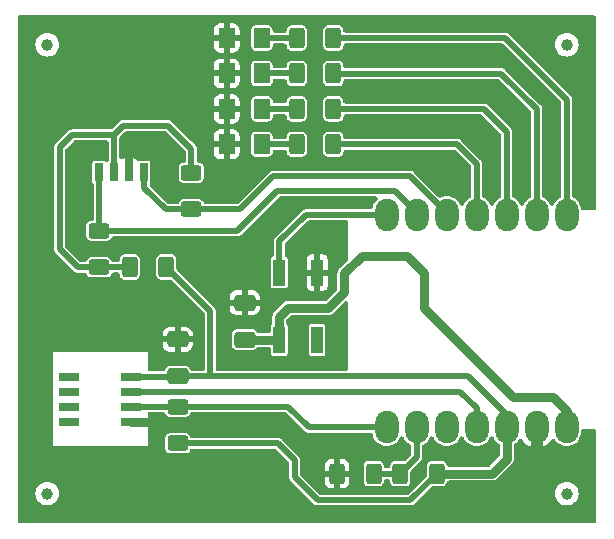
<source format=gbr>
%TF.GenerationSoftware,KiCad,Pcbnew,7.0.5*%
%TF.CreationDate,2023-10-11T12:23:55-04:00*%
%TF.ProjectId,Board_To_Be_Tested,426f6172-645f-4546-9f5f-42655f546573,rev?*%
%TF.SameCoordinates,Original*%
%TF.FileFunction,Copper,L1,Top*%
%TF.FilePolarity,Positive*%
%FSLAX46Y46*%
G04 Gerber Fmt 4.6, Leading zero omitted, Abs format (unit mm)*
G04 Created by KiCad (PCBNEW 7.0.5) date 2023-10-11 12:23:55*
%MOMM*%
%LPD*%
G01*
G04 APERTURE LIST*
G04 Aperture macros list*
%AMRoundRect*
0 Rectangle with rounded corners*
0 $1 Rounding radius*
0 $2 $3 $4 $5 $6 $7 $8 $9 X,Y pos of 4 corners*
0 Add a 4 corners polygon primitive as box body*
4,1,4,$2,$3,$4,$5,$6,$7,$8,$9,$2,$3,0*
0 Add four circle primitives for the rounded corners*
1,1,$1+$1,$2,$3*
1,1,$1+$1,$4,$5*
1,1,$1+$1,$6,$7*
1,1,$1+$1,$8,$9*
0 Add four rect primitives between the rounded corners*
20,1,$1+$1,$2,$3,$4,$5,0*
20,1,$1+$1,$4,$5,$6,$7,0*
20,1,$1+$1,$6,$7,$8,$9,0*
20,1,$1+$1,$8,$9,$2,$3,0*%
G04 Aperture macros list end*
%TA.AperFunction,SMDPad,CuDef*%
%ADD10C,1.000000*%
%TD*%
%TA.AperFunction,SMDPad,CuDef*%
%ADD11RoundRect,0.250000X0.625000X-0.400000X0.625000X0.400000X-0.625000X0.400000X-0.625000X-0.400000X0*%
%TD*%
%TA.AperFunction,SMDPad,CuDef*%
%ADD12RoundRect,0.250000X-0.400000X-0.625000X0.400000X-0.625000X0.400000X0.625000X-0.400000X0.625000X0*%
%TD*%
%TA.AperFunction,SMDPad,CuDef*%
%ADD13RoundRect,0.250001X-0.462499X-0.624999X0.462499X-0.624999X0.462499X0.624999X-0.462499X0.624999X0*%
%TD*%
%TA.AperFunction,SMDPad,CuDef*%
%ADD14RoundRect,0.250000X0.650000X-0.412500X0.650000X0.412500X-0.650000X0.412500X-0.650000X-0.412500X0*%
%TD*%
%TA.AperFunction,SMDPad,CuDef*%
%ADD15R,1.000000X2.300000*%
%TD*%
%TA.AperFunction,SMDPad,CuDef*%
%ADD16R,1.800000X0.800000*%
%TD*%
%TA.AperFunction,SMDPad,CuDef*%
%ADD17RoundRect,1.000000X0.000000X0.375000X0.000000X-0.375000X0.000000X-0.375000X0.000000X0.375000X0*%
%TD*%
%TA.AperFunction,SMDPad,CuDef*%
%ADD18R,0.700000X1.600000*%
%TD*%
%TA.AperFunction,Conductor*%
%ADD19C,1.016000*%
%TD*%
%TA.AperFunction,Conductor*%
%ADD20C,0.635000*%
%TD*%
%TA.AperFunction,Conductor*%
%ADD21C,0.762000*%
%TD*%
%TA.AperFunction,Conductor*%
%ADD22C,0.508000*%
%TD*%
G04 APERTURE END LIST*
D10*
%TO.P,FID1,*%
%TO.N,*%
X128000000Y-67000000D03*
%TD*%
D11*
%TO.P,R7,1*%
%TO.N,+3V3*%
X139050000Y-100750000D03*
%TO.P,R7,2*%
%TO.N,/SHT_DATA*%
X139050000Y-97650000D03*
%TD*%
%TO.P,R8,1*%
%TO.N,/PWR*%
X132400000Y-85840000D03*
%TO.P,R8,2*%
%TO.N,/SCL*%
X132400000Y-82740000D03*
%TD*%
D12*
%TO.P,R5,1*%
%TO.N,GND*%
X152550000Y-103300000D03*
%TO.P,R5,2*%
%TO.N,/A0*%
X155650000Y-103300000D03*
%TD*%
D10*
%TO.P,FID2,*%
%TO.N,*%
X172000000Y-67000000D03*
%TD*%
D13*
%TO.P,D3,1,K*%
%TO.N,GND*%
X143195000Y-69420000D03*
%TO.P,D3,2,A*%
%TO.N,Net-(D3-A)*%
X146170000Y-69420000D03*
%TD*%
D12*
%TO.P,R1,1*%
%TO.N,Net-(D2-A)*%
X149132500Y-66420000D03*
%TO.P,R1,2*%
%TO.N,/LED1*%
X152232500Y-66420000D03*
%TD*%
D10*
%TO.P,FID4,*%
%TO.N,*%
X172000000Y-105000000D03*
%TD*%
D12*
%TO.P,R4,1*%
%TO.N,/A0*%
X157900000Y-103300000D03*
%TO.P,R4,2*%
%TO.N,+3V3*%
X161000000Y-103300000D03*
%TD*%
%TO.P,R2,1*%
%TO.N,Net-(D3-A)*%
X149132500Y-69420000D03*
%TO.P,R2,2*%
%TO.N,/LED2*%
X152232500Y-69420000D03*
%TD*%
D14*
%TO.P,C2,1*%
%TO.N,VBUS*%
X144730000Y-91962500D03*
%TO.P,C2,2*%
%TO.N,GND*%
X144730000Y-88837500D03*
%TD*%
D13*
%TO.P,D4,1,K*%
%TO.N,GND*%
X143195000Y-72420000D03*
%TO.P,D4,2,A*%
%TO.N,Net-(D4-A)*%
X146170000Y-72420000D03*
%TD*%
D12*
%TO.P,R6,1*%
%TO.N,Net-(D5-A)*%
X149132500Y-75420000D03*
%TO.P,R6,2*%
%TO.N,/LED4*%
X152232500Y-75420000D03*
%TD*%
D13*
%TO.P,D5,1,K*%
%TO.N,GND*%
X143195000Y-75420000D03*
%TO.P,D5,2,A*%
%TO.N,Net-(D5-A)*%
X146170000Y-75420000D03*
%TD*%
D15*
%TO.P,D1,1,VSS*%
%TO.N,GND*%
X150860000Y-86280000D03*
%TO.P,D1,2,DIN*%
%TO.N,/DIN*%
X147660000Y-86280000D03*
%TO.P,D1,3,VDD*%
%TO.N,VBUS*%
X147660000Y-91980000D03*
%TO.P,D1,4,DOUT*%
%TO.N,unconnected-(D1-DOUT-Pad4)*%
X150860000Y-91980000D03*
%TD*%
D16*
%TO.P,U1,1,GND*%
%TO.N,GND*%
X135090000Y-98905000D03*
%TO.P,U1,2,DATA*%
%TO.N,/SHT_DATA*%
X135090000Y-97635000D03*
%TO.P,U1,3,SCK*%
%TO.N,/SHT_CLK*%
X135090000Y-96365000D03*
%TO.P,U1,4,VDD*%
%TO.N,+3V3*%
X135090000Y-95095000D03*
%TO.P,U1,5*%
%TO.N,N/C*%
X129810000Y-95095000D03*
%TO.P,U1,6*%
X129810000Y-96365000D03*
%TO.P,U1,7*%
X129810000Y-97635000D03*
%TO.P,U1,8*%
X129810000Y-98905000D03*
%TD*%
D11*
%TO.P,R9,1*%
%TO.N,/SDA*%
X140210000Y-80930000D03*
%TO.P,R9,2*%
%TO.N,/PWR*%
X140210000Y-77830000D03*
%TD*%
D17*
%TO.P,U2,1,PA02_A0_D0*%
%TO.N,/LED1*%
X172000750Y-81384000D03*
%TO.P,U2,2,PA4_A1_D1*%
%TO.N,/LED2*%
X169460750Y-81384000D03*
%TO.P,U2,3,PA10_A2_D2*%
%TO.N,/LED3*%
X166920750Y-81384000D03*
%TO.P,U2,4,PA11_A3_D3*%
%TO.N,/LED4*%
X164380750Y-81384000D03*
%TO.P,U2,5,PA8_A4_D4_SDA*%
%TO.N,/SDA*%
X161840750Y-81384000D03*
%TO.P,U2,6,PA9_A5_D5_SCL*%
%TO.N,/SCL*%
X159300750Y-81384000D03*
%TO.P,U2,7,PB08_A6_D6_TX*%
%TO.N,/DIN*%
X156760750Y-81384000D03*
%TO.P,U2,8,PB09_A7_D7_RX*%
%TO.N,/SHT_DATA*%
X156760750Y-99384000D03*
%TO.P,U2,9,PA7_A8_D8_SCK*%
%TO.N,/A0*%
X159300750Y-99384000D03*
%TO.P,U2,10,PA5_A9_D9_MISO*%
%TO.N,unconnected-(U2-PA5_A9_D9_MISO-Pad10)*%
X161840750Y-99384000D03*
%TO.P,U2,11,PA6_A10_D10_MOSI*%
%TO.N,/SHT_CLK*%
X164380750Y-99384000D03*
%TO.P,U2,12,3V3*%
%TO.N,+3V3*%
X166920750Y-99384000D03*
%TO.P,U2,13,GND*%
%TO.N,GND*%
X169460750Y-99384000D03*
%TO.P,U2,14,5V*%
%TO.N,VBUS*%
X172000750Y-99384000D03*
%TD*%
D13*
%TO.P,D2,1,K*%
%TO.N,GND*%
X143195000Y-66420000D03*
%TO.P,D2,2,A*%
%TO.N,Net-(D2-A)*%
X146170000Y-66420000D03*
%TD*%
D12*
%TO.P,R10,1*%
%TO.N,/PWR*%
X135000000Y-85820000D03*
%TO.P,R10,2*%
%TO.N,+3V3*%
X138100000Y-85820000D03*
%TD*%
D10*
%TO.P,FID3,*%
%TO.N,*%
X128000000Y-105000000D03*
%TD*%
D14*
%TO.P,C1,1*%
%TO.N,+3V3*%
X139050000Y-95062500D03*
%TO.P,C1,2*%
%TO.N,GND*%
X139050000Y-91937500D03*
%TD*%
D18*
%TO.P,IC1,1,SCL*%
%TO.N,/SCL*%
X132390000Y-77800000D03*
%TO.P,IC1,2,VDD*%
%TO.N,/PWR*%
X133660000Y-77800000D03*
%TO.P,IC1,3,GND*%
%TO.N,GND*%
X134930000Y-77800000D03*
%TO.P,IC1,4,SDA*%
%TO.N,/SDA*%
X136200000Y-77800000D03*
%TD*%
D12*
%TO.P,R3,1*%
%TO.N,Net-(D4-A)*%
X149132500Y-72420000D03*
%TO.P,R3,2*%
%TO.N,/LED3*%
X152232500Y-72420000D03*
%TD*%
D19*
%TO.N,GND*%
X169460750Y-99384000D02*
X169460750Y-102339250D01*
D20*
X134930000Y-75620000D02*
X135580000Y-74970000D01*
D21*
X135090000Y-98905000D02*
X136905000Y-98905000D01*
D20*
X134930000Y-77800000D02*
X134930000Y-76410000D01*
X134930000Y-76410000D02*
X134930000Y-75620000D01*
D21*
%TO.N,VBUS*%
X144747500Y-91980000D02*
X144730000Y-91962500D01*
X167400000Y-96800000D02*
X159900000Y-89300000D01*
X147660000Y-91980000D02*
X144747500Y-91980000D01*
X172000750Y-98000750D02*
X170800000Y-96800000D01*
X159900000Y-89300000D02*
X159900000Y-86310000D01*
X172000750Y-99384000D02*
X172000750Y-98000750D01*
X159900000Y-86310000D02*
X158470000Y-84880000D01*
X154620000Y-84880000D02*
X153150000Y-86350000D01*
X147660000Y-90010000D02*
X147660000Y-91980000D01*
X151790000Y-89290000D02*
X148380000Y-89290000D01*
X148380000Y-89290000D02*
X147660000Y-90010000D01*
X158470000Y-84880000D02*
X154620000Y-84880000D01*
X170800000Y-96800000D02*
X167400000Y-96800000D01*
X153150000Y-87930000D02*
X151790000Y-89290000D01*
X153150000Y-86350000D02*
X153150000Y-87930000D01*
D22*
%TO.N,/DIN*%
X147660000Y-83650000D02*
X149926000Y-81384000D01*
X149926000Y-81384000D02*
X156760750Y-81384000D01*
X147660000Y-86280000D02*
X147660000Y-83650000D01*
%TO.N,Net-(D2-A)*%
X146170000Y-66420000D02*
X149132500Y-66420000D01*
%TO.N,Net-(D3-A)*%
X146170000Y-69420000D02*
X149132500Y-69420000D01*
%TO.N,Net-(D4-A)*%
X146170000Y-72420000D02*
X149132500Y-72420000D01*
%TO.N,Net-(D5-A)*%
X146170000Y-75420000D02*
X149132500Y-75420000D01*
%TO.N,/LED1*%
X166790000Y-66430000D02*
X152242500Y-66430000D01*
X172000750Y-71640750D02*
X166790000Y-66430000D01*
X152242500Y-66430000D02*
X152232500Y-66420000D01*
X172000750Y-81384000D02*
X172000750Y-71640750D01*
%TO.N,/LED2*%
X152242500Y-69430000D02*
X152232500Y-69420000D01*
X166460000Y-69430000D02*
X152242500Y-69430000D01*
X169460750Y-72430750D02*
X166460000Y-69430000D01*
X169460750Y-81384000D02*
X169460750Y-72430750D01*
%TO.N,/LED3*%
X164970000Y-72430000D02*
X152242500Y-72430000D01*
X152242500Y-72430000D02*
X152232500Y-72420000D01*
X166920750Y-81384000D02*
X166920750Y-74380750D01*
X166920750Y-74380750D02*
X164970000Y-72430000D01*
%TO.N,/A0*%
X155650000Y-103300000D02*
X157900000Y-103300000D01*
X157900000Y-103300000D02*
X159300750Y-101899250D01*
X159300750Y-101899250D02*
X159300750Y-99384000D01*
%TO.N,+3V3*%
X166920750Y-98370750D02*
X166920750Y-99384000D01*
D21*
X165650000Y-103300000D02*
X166920750Y-102029250D01*
D22*
X141810000Y-95062500D02*
X141810000Y-89530000D01*
X139050000Y-95062500D02*
X141810000Y-95062500D01*
X139050000Y-100750000D02*
X147550000Y-100750000D01*
X163612500Y-95062500D02*
X166920750Y-98370750D01*
X161000000Y-103300000D02*
X158750000Y-105550000D01*
X147550000Y-100750000D02*
X148950000Y-102150000D01*
X148950000Y-102150000D02*
X148950000Y-103600000D01*
X150900000Y-105550000D02*
X148950000Y-103600000D01*
D21*
X161037500Y-103337500D02*
X161000000Y-103300000D01*
D22*
X141810000Y-95062500D02*
X163612500Y-95062500D01*
X135090000Y-95095000D02*
X139017500Y-95095000D01*
D21*
X161000000Y-103300000D02*
X165650000Y-103300000D01*
D22*
X158750000Y-105550000D02*
X150900000Y-105550000D01*
X139017500Y-95095000D02*
X139050000Y-95062500D01*
D21*
X166920750Y-102029250D02*
X166920750Y-99384000D01*
D22*
X141810000Y-89530000D02*
X138100000Y-85820000D01*
%TO.N,/LED4*%
X162720000Y-75430000D02*
X152242500Y-75430000D01*
X164380750Y-81384000D02*
X164380750Y-77090750D01*
X152242500Y-75430000D02*
X152232500Y-75420000D01*
X164380750Y-77090750D02*
X162720000Y-75430000D01*
%TO.N,/SHT_DATA*%
X135090000Y-97635000D02*
X139035000Y-97635000D01*
X139035000Y-97635000D02*
X139050000Y-97650000D01*
X148400000Y-97650000D02*
X150134000Y-99384000D01*
X150134000Y-99384000D02*
X156760750Y-99384000D01*
X139050000Y-97650000D02*
X148400000Y-97650000D01*
%TO.N,/SHT_CLK*%
X164380750Y-97780750D02*
X164380750Y-99384000D01*
X162965000Y-96365000D02*
X164380750Y-97780750D01*
X135090000Y-96365000D02*
X162965000Y-96365000D01*
%TO.N,/SCL*%
X132400000Y-82740000D02*
X144110000Y-82740000D01*
X132400000Y-82740000D02*
X132400000Y-77810000D01*
X132400000Y-77810000D02*
X132390000Y-77800000D01*
X159300750Y-81236761D02*
X159300750Y-81384000D01*
X144110000Y-82740000D02*
X147480000Y-79370000D01*
X147480000Y-79370000D02*
X157433989Y-79370000D01*
X157433989Y-79370000D02*
X159300750Y-81236761D01*
%TO.N,/SDA*%
X158733989Y-78130000D02*
X161840750Y-81236761D01*
X138040000Y-80930000D02*
X140210000Y-80930000D01*
X144350000Y-80930000D02*
X147150000Y-78130000D01*
X140210000Y-80930000D02*
X144350000Y-80930000D01*
X136200000Y-79090000D02*
X138040000Y-80930000D01*
X147150000Y-78130000D02*
X158733989Y-78130000D01*
X161840750Y-81236761D02*
X161840750Y-81384000D01*
X136200000Y-77800000D02*
X136200000Y-79090000D01*
%TO.N,/PWR*%
X130580000Y-85840000D02*
X132400000Y-85840000D01*
X140210000Y-77830000D02*
X140210000Y-75810000D01*
X132420000Y-85820000D02*
X132400000Y-85840000D01*
X130100000Y-74620000D02*
X129070000Y-75650000D01*
X135000000Y-85820000D02*
X132420000Y-85820000D01*
X133660000Y-74620000D02*
X133660000Y-74990000D01*
X138240000Y-73840000D02*
X134440000Y-73840000D01*
X133660000Y-74990000D02*
X133660000Y-77800000D01*
X129070000Y-75650000D02*
X129070000Y-84330000D01*
X134440000Y-73840000D02*
X133660000Y-74620000D01*
X140210000Y-75810000D02*
X138240000Y-73840000D01*
X129070000Y-84330000D02*
X130580000Y-85840000D01*
X133660000Y-74620000D02*
X130100000Y-74620000D01*
%TD*%
%TA.AperFunction,Conductor*%
%TO.N,GND*%
G36*
X174392221Y-64519266D02*
G01*
X174458157Y-64571849D01*
X174494749Y-64647832D01*
X174499500Y-64690000D01*
X174499500Y-80810500D01*
X174480734Y-80892721D01*
X174428151Y-80958657D01*
X174352168Y-80995249D01*
X174310000Y-81000000D01*
X173381656Y-81000000D01*
X173299435Y-80981234D01*
X173233499Y-80928651D01*
X173196907Y-80852668D01*
X173195538Y-80845444D01*
X173194831Y-80842440D01*
X173194831Y-80842433D01*
X173143893Y-80625857D01*
X173054027Y-80422329D01*
X172928292Y-80238779D01*
X172770971Y-80081458D01*
X172670405Y-80012569D01*
X172587417Y-79955720D01*
X172568206Y-79947238D01*
X172500571Y-79896859D01*
X172461493Y-79822124D01*
X172455250Y-79773885D01*
X172455250Y-71671600D01*
X172455845Y-71660994D01*
X172460063Y-71623564D01*
X172449238Y-71566358D01*
X172448645Y-71562864D01*
X172439964Y-71505273D01*
X172439964Y-71505271D01*
X172439962Y-71505267D01*
X172437427Y-71497051D01*
X172434590Y-71488940D01*
X172407382Y-71437461D01*
X172405785Y-71434298D01*
X172391766Y-71405188D01*
X172380517Y-71381829D01*
X172380511Y-71381823D01*
X172375672Y-71374723D01*
X172370571Y-71367812D01*
X172370570Y-71367810D01*
X172329384Y-71326624D01*
X172326926Y-71324072D01*
X172287326Y-71281393D01*
X172275827Y-71272223D01*
X172267898Y-71265137D01*
X168002761Y-67000000D01*
X170994659Y-67000000D01*
X171013976Y-67196136D01*
X171071185Y-67384727D01*
X171164088Y-67558535D01*
X171164090Y-67558538D01*
X171289117Y-67710883D01*
X171441462Y-67835910D01*
X171441464Y-67835911D01*
X171615272Y-67928814D01*
X171803863Y-67986023D01*
X171803865Y-67986023D01*
X171803868Y-67986024D01*
X172000000Y-68005341D01*
X172196132Y-67986024D01*
X172196134Y-67986023D01*
X172196136Y-67986023D01*
X172384727Y-67928814D01*
X172558538Y-67835910D01*
X172710883Y-67710883D01*
X172835910Y-67558538D01*
X172928814Y-67384727D01*
X172955247Y-67297589D01*
X172986023Y-67196136D01*
X172986023Y-67196134D01*
X172986024Y-67196132D01*
X173005341Y-67000000D01*
X172986024Y-66803868D01*
X172986023Y-66803865D01*
X172986023Y-66803863D01*
X172928814Y-66615272D01*
X172835911Y-66441464D01*
X172835910Y-66441462D01*
X172710883Y-66289117D01*
X172558538Y-66164090D01*
X172558536Y-66164089D01*
X172558535Y-66164088D01*
X172384727Y-66071185D01*
X172196136Y-66013976D01*
X172000000Y-65994659D01*
X171803863Y-66013976D01*
X171615272Y-66071185D01*
X171441464Y-66164088D01*
X171289120Y-66289114D01*
X171289114Y-66289120D01*
X171164088Y-66441464D01*
X171071185Y-66615272D01*
X171013976Y-66803863D01*
X170994659Y-67000000D01*
X168002761Y-67000000D01*
X167133195Y-66130434D01*
X167126110Y-66122506D01*
X167125215Y-66121384D01*
X167102631Y-66093064D01*
X167054511Y-66060256D01*
X167051624Y-66058207D01*
X167025594Y-66038997D01*
X167004773Y-66023631D01*
X167004771Y-66023630D01*
X166997184Y-66019619D01*
X166989430Y-66015885D01*
X166989428Y-66015884D01*
X166989425Y-66015883D01*
X166989423Y-66015882D01*
X166933799Y-65998725D01*
X166930432Y-65997617D01*
X166875448Y-65978377D01*
X166867040Y-65976785D01*
X166858508Y-65975500D01*
X166858505Y-65975500D01*
X166800269Y-65975500D01*
X166796764Y-65975434D01*
X166738537Y-65973256D01*
X166738536Y-65973256D01*
X166738534Y-65973256D01*
X166723905Y-65974904D01*
X166713291Y-65975500D01*
X153272500Y-65975500D01*
X153190279Y-65956734D01*
X153124343Y-65904151D01*
X153087751Y-65828168D01*
X153083000Y-65786000D01*
X153083000Y-65740731D01*
X153082999Y-65740726D01*
X153080147Y-65710309D01*
X153080146Y-65710302D01*
X153080146Y-65710301D01*
X153035293Y-65582118D01*
X152954650Y-65472850D01*
X152954648Y-65472848D01*
X152921708Y-65448537D01*
X152845382Y-65392207D01*
X152845378Y-65392205D01*
X152717200Y-65347354D01*
X152717190Y-65347352D01*
X152686773Y-65344500D01*
X152686766Y-65344500D01*
X151778234Y-65344500D01*
X151778226Y-65344500D01*
X151747809Y-65347352D01*
X151747799Y-65347354D01*
X151619621Y-65392205D01*
X151619620Y-65392206D01*
X151619619Y-65392206D01*
X151619618Y-65392207D01*
X151589690Y-65414294D01*
X151510351Y-65472848D01*
X151510348Y-65472851D01*
X151459013Y-65542410D01*
X151429709Y-65582116D01*
X151429706Y-65582120D01*
X151429705Y-65582121D01*
X151384854Y-65710299D01*
X151384852Y-65710309D01*
X151382000Y-65740726D01*
X151382000Y-67099273D01*
X151384852Y-67129690D01*
X151384854Y-67129700D01*
X151429705Y-67257878D01*
X151429707Y-67257882D01*
X151486037Y-67334208D01*
X151510348Y-67367148D01*
X151510350Y-67367150D01*
X151619618Y-67447793D01*
X151747801Y-67492646D01*
X151747806Y-67492646D01*
X151747809Y-67492647D01*
X151763017Y-67494073D01*
X151778228Y-67495499D01*
X151778231Y-67495500D01*
X151778234Y-67495500D01*
X152686769Y-67495500D01*
X152686770Y-67495499D01*
X152707691Y-67493537D01*
X152717190Y-67492647D01*
X152717191Y-67492646D01*
X152717199Y-67492646D01*
X152845382Y-67447793D01*
X152954650Y-67367150D01*
X153035293Y-67257882D01*
X153080146Y-67129699D01*
X153083000Y-67099266D01*
X153083000Y-67074000D01*
X153101766Y-66991779D01*
X153154349Y-66925843D01*
X153230332Y-66889251D01*
X153272500Y-66884500D01*
X166523246Y-66884500D01*
X166605467Y-66903266D01*
X166657243Y-66940003D01*
X171490748Y-71773508D01*
X171535616Y-71844915D01*
X171546250Y-71907503D01*
X171546250Y-79773885D01*
X171527484Y-79856106D01*
X171474901Y-79922042D01*
X171433294Y-79947238D01*
X171414082Y-79955720D01*
X171230527Y-80081459D01*
X171073209Y-80238777D01*
X170947473Y-80422328D01*
X170937330Y-80445301D01*
X170904102Y-80520553D01*
X170853726Y-80588187D01*
X170778991Y-80627266D01*
X170694701Y-80630049D01*
X170617552Y-80595984D01*
X170562822Y-80531819D01*
X170557402Y-80520564D01*
X170514027Y-80422329D01*
X170388292Y-80238779D01*
X170230971Y-80081458D01*
X170130405Y-80012569D01*
X170047417Y-79955720D01*
X170028206Y-79947238D01*
X169960571Y-79896859D01*
X169921493Y-79822124D01*
X169915250Y-79773885D01*
X169915250Y-72461600D01*
X169915845Y-72450994D01*
X169920063Y-72413564D01*
X169909238Y-72356358D01*
X169908645Y-72352864D01*
X169899964Y-72295273D01*
X169899964Y-72295271D01*
X169899962Y-72295267D01*
X169897427Y-72287051D01*
X169894590Y-72278940D01*
X169867382Y-72227461D01*
X169865785Y-72224298D01*
X169860430Y-72213179D01*
X169840517Y-72171829D01*
X169840511Y-72171823D01*
X169835672Y-72164723D01*
X169830571Y-72157812D01*
X169830570Y-72157810D01*
X169789384Y-72116624D01*
X169786926Y-72114072D01*
X169747326Y-72071393D01*
X169735827Y-72062223D01*
X169727898Y-72055137D01*
X166803195Y-69130434D01*
X166796110Y-69122506D01*
X166795215Y-69121384D01*
X166772631Y-69093064D01*
X166724511Y-69060256D01*
X166721624Y-69058207D01*
X166695594Y-69038997D01*
X166674773Y-69023631D01*
X166674771Y-69023630D01*
X166667184Y-69019619D01*
X166659430Y-69015885D01*
X166659428Y-69015884D01*
X166659425Y-69015883D01*
X166659423Y-69015882D01*
X166603799Y-68998725D01*
X166600432Y-68997617D01*
X166545448Y-68978377D01*
X166537040Y-68976785D01*
X166528508Y-68975500D01*
X166528505Y-68975500D01*
X166470269Y-68975500D01*
X166466764Y-68975434D01*
X166408537Y-68973256D01*
X166408536Y-68973256D01*
X166408534Y-68973256D01*
X166393905Y-68974904D01*
X166383291Y-68975500D01*
X153272500Y-68975500D01*
X153190279Y-68956734D01*
X153124343Y-68904151D01*
X153087751Y-68828168D01*
X153083000Y-68786000D01*
X153083000Y-68740731D01*
X153082999Y-68740726D01*
X153080147Y-68710309D01*
X153080146Y-68710302D01*
X153080146Y-68710301D01*
X153035293Y-68582118D01*
X152954650Y-68472850D01*
X152954648Y-68472848D01*
X152921708Y-68448537D01*
X152845382Y-68392207D01*
X152845378Y-68392205D01*
X152717200Y-68347354D01*
X152717190Y-68347352D01*
X152686773Y-68344500D01*
X152686766Y-68344500D01*
X151778234Y-68344500D01*
X151778226Y-68344500D01*
X151747809Y-68347352D01*
X151747799Y-68347354D01*
X151619621Y-68392205D01*
X151619620Y-68392206D01*
X151619619Y-68392206D01*
X151619618Y-68392207D01*
X151589690Y-68414294D01*
X151510351Y-68472848D01*
X151510348Y-68472851D01*
X151459013Y-68542410D01*
X151429709Y-68582116D01*
X151429706Y-68582120D01*
X151429705Y-68582121D01*
X151384854Y-68710299D01*
X151384852Y-68710309D01*
X151382000Y-68740726D01*
X151382000Y-70099273D01*
X151384852Y-70129690D01*
X151384854Y-70129700D01*
X151429705Y-70257878D01*
X151429707Y-70257882D01*
X151486037Y-70334208D01*
X151510348Y-70367148D01*
X151510350Y-70367150D01*
X151619618Y-70447793D01*
X151747801Y-70492646D01*
X151747806Y-70492646D01*
X151747809Y-70492647D01*
X151763017Y-70494073D01*
X151778228Y-70495499D01*
X151778231Y-70495500D01*
X151778234Y-70495500D01*
X152686769Y-70495500D01*
X152686770Y-70495499D01*
X152707691Y-70493537D01*
X152717190Y-70492647D01*
X152717191Y-70492646D01*
X152717199Y-70492646D01*
X152845382Y-70447793D01*
X152954650Y-70367150D01*
X153035293Y-70257882D01*
X153080146Y-70129699D01*
X153083000Y-70099266D01*
X153083000Y-70073999D01*
X153101766Y-69991779D01*
X153154349Y-69925843D01*
X153230332Y-69889251D01*
X153272500Y-69884500D01*
X166193246Y-69884500D01*
X166275467Y-69903266D01*
X166327243Y-69940002D01*
X168950748Y-72563508D01*
X168995616Y-72634915D01*
X169006250Y-72697503D01*
X169006250Y-79773885D01*
X168987484Y-79856106D01*
X168934901Y-79922042D01*
X168893294Y-79947238D01*
X168874082Y-79955720D01*
X168690527Y-80081459D01*
X168533209Y-80238777D01*
X168407473Y-80422328D01*
X168397330Y-80445301D01*
X168364102Y-80520553D01*
X168313726Y-80588187D01*
X168238991Y-80627266D01*
X168154701Y-80630049D01*
X168077552Y-80595984D01*
X168022822Y-80531819D01*
X168017402Y-80520564D01*
X167974027Y-80422329D01*
X167848292Y-80238779D01*
X167690971Y-80081458D01*
X167590405Y-80012569D01*
X167507417Y-79955720D01*
X167488206Y-79947238D01*
X167420571Y-79896859D01*
X167381493Y-79822124D01*
X167375250Y-79773885D01*
X167375250Y-74411601D01*
X167375845Y-74400995D01*
X167380063Y-74363564D01*
X167369232Y-74306326D01*
X167368650Y-74302907D01*
X167359964Y-74245271D01*
X167359962Y-74245268D01*
X167357434Y-74237070D01*
X167354591Y-74228943D01*
X167327368Y-74177435D01*
X167325789Y-74174307D01*
X167300517Y-74121829D01*
X167295672Y-74114723D01*
X167290571Y-74107813D01*
X167290570Y-74107810D01*
X167290566Y-74107806D01*
X167249397Y-74066636D01*
X167246939Y-74064085D01*
X167207327Y-74021394D01*
X167195827Y-74012223D01*
X167187898Y-74005137D01*
X165313195Y-72130434D01*
X165306110Y-72122506D01*
X165299384Y-72114072D01*
X165282631Y-72093064D01*
X165234511Y-72060256D01*
X165231624Y-72058207D01*
X165205594Y-72038997D01*
X165184773Y-72023631D01*
X165184771Y-72023630D01*
X165177184Y-72019619D01*
X165169430Y-72015885D01*
X165169428Y-72015884D01*
X165169425Y-72015883D01*
X165169423Y-72015882D01*
X165113799Y-71998725D01*
X165110432Y-71997617D01*
X165055448Y-71978377D01*
X165047040Y-71976785D01*
X165038508Y-71975500D01*
X165038505Y-71975500D01*
X164980269Y-71975500D01*
X164976764Y-71975434D01*
X164918537Y-71973256D01*
X164918536Y-71973256D01*
X164918534Y-71973256D01*
X164903905Y-71974904D01*
X164893291Y-71975500D01*
X153272500Y-71975500D01*
X153190279Y-71956734D01*
X153124343Y-71904151D01*
X153087751Y-71828168D01*
X153083000Y-71786000D01*
X153083000Y-71740731D01*
X153082999Y-71740726D01*
X153080147Y-71710309D01*
X153080146Y-71710302D01*
X153080146Y-71710301D01*
X153035293Y-71582118D01*
X152954650Y-71472850D01*
X152954648Y-71472848D01*
X152904564Y-71435885D01*
X152845382Y-71392207D01*
X152845378Y-71392205D01*
X152717200Y-71347354D01*
X152717190Y-71347352D01*
X152686773Y-71344500D01*
X152686766Y-71344500D01*
X151778234Y-71344500D01*
X151778226Y-71344500D01*
X151747809Y-71347352D01*
X151747799Y-71347354D01*
X151619621Y-71392205D01*
X151619620Y-71392206D01*
X151619619Y-71392206D01*
X151619618Y-71392207D01*
X151589690Y-71414294D01*
X151510351Y-71472848D01*
X151510348Y-71472851D01*
X151459013Y-71542410D01*
X151429709Y-71582116D01*
X151429706Y-71582120D01*
X151429705Y-71582121D01*
X151384854Y-71710299D01*
X151384852Y-71710309D01*
X151382000Y-71740726D01*
X151382000Y-73099273D01*
X151384852Y-73129690D01*
X151384854Y-73129700D01*
X151429705Y-73257878D01*
X151429707Y-73257882D01*
X151486037Y-73334208D01*
X151510348Y-73367148D01*
X151510350Y-73367150D01*
X151619618Y-73447793D01*
X151747801Y-73492646D01*
X151747806Y-73492646D01*
X151747809Y-73492647D01*
X151763017Y-73494073D01*
X151778228Y-73495499D01*
X151778231Y-73495500D01*
X151778234Y-73495500D01*
X152686769Y-73495500D01*
X152686770Y-73495499D01*
X152707691Y-73493537D01*
X152717190Y-73492647D01*
X152717191Y-73492646D01*
X152717199Y-73492646D01*
X152845382Y-73447793D01*
X152954650Y-73367150D01*
X153035293Y-73257882D01*
X153080146Y-73129699D01*
X153083000Y-73099266D01*
X153083000Y-73074000D01*
X153101766Y-72991779D01*
X153154349Y-72925843D01*
X153230332Y-72889251D01*
X153272500Y-72884500D01*
X164703246Y-72884500D01*
X164785467Y-72903266D01*
X164837243Y-72940003D01*
X166410747Y-74513507D01*
X166455616Y-74584916D01*
X166466250Y-74647504D01*
X166466250Y-79773885D01*
X166447484Y-79856106D01*
X166394901Y-79922042D01*
X166353294Y-79947238D01*
X166334082Y-79955720D01*
X166150527Y-80081459D01*
X165993209Y-80238777D01*
X165867473Y-80422328D01*
X165857330Y-80445301D01*
X165824102Y-80520553D01*
X165773726Y-80588187D01*
X165698991Y-80627266D01*
X165614701Y-80630049D01*
X165537552Y-80595984D01*
X165482822Y-80531819D01*
X165477402Y-80520564D01*
X165434027Y-80422329D01*
X165308292Y-80238779D01*
X165150971Y-80081458D01*
X165050405Y-80012569D01*
X164967417Y-79955720D01*
X164948206Y-79947238D01*
X164880571Y-79896859D01*
X164841493Y-79822124D01*
X164835250Y-79773885D01*
X164835250Y-77121601D01*
X164835845Y-77110995D01*
X164840063Y-77073564D01*
X164829232Y-77016326D01*
X164828650Y-77012907D01*
X164819964Y-76955271D01*
X164819962Y-76955268D01*
X164817434Y-76947070D01*
X164814591Y-76938943D01*
X164787368Y-76887435D01*
X164785789Y-76884307D01*
X164760517Y-76831829D01*
X164755672Y-76824723D01*
X164750571Y-76817813D01*
X164750570Y-76817810D01*
X164732260Y-76799500D01*
X164709397Y-76776636D01*
X164706939Y-76774085D01*
X164667327Y-76731394D01*
X164655827Y-76722223D01*
X164647898Y-76715137D01*
X163063195Y-75130434D01*
X163056110Y-75122506D01*
X163055215Y-75121384D01*
X163032631Y-75093064D01*
X162984511Y-75060256D01*
X162981624Y-75058207D01*
X162955594Y-75038997D01*
X162934773Y-75023631D01*
X162934771Y-75023630D01*
X162927184Y-75019619D01*
X162919430Y-75015885D01*
X162919428Y-75015884D01*
X162919425Y-75015883D01*
X162919423Y-75015882D01*
X162863799Y-74998725D01*
X162860432Y-74997617D01*
X162805448Y-74978377D01*
X162797040Y-74976785D01*
X162788508Y-74975500D01*
X162788505Y-74975500D01*
X162730269Y-74975500D01*
X162726764Y-74975434D01*
X162668537Y-74973256D01*
X162668536Y-74973256D01*
X162668534Y-74973256D01*
X162653905Y-74974904D01*
X162643291Y-74975500D01*
X153272500Y-74975500D01*
X153190279Y-74956734D01*
X153124343Y-74904151D01*
X153087751Y-74828168D01*
X153083000Y-74786000D01*
X153083000Y-74740731D01*
X153082999Y-74740726D01*
X153080147Y-74710309D01*
X153080146Y-74710302D01*
X153080146Y-74710301D01*
X153035293Y-74582118D01*
X152954650Y-74472850D01*
X152954648Y-74472848D01*
X152921708Y-74448537D01*
X152845382Y-74392207D01*
X152845378Y-74392205D01*
X152717200Y-74347354D01*
X152717190Y-74347352D01*
X152686773Y-74344500D01*
X152686766Y-74344500D01*
X151778234Y-74344500D01*
X151778226Y-74344500D01*
X151747809Y-74347352D01*
X151747799Y-74347354D01*
X151619621Y-74392205D01*
X151619620Y-74392206D01*
X151619619Y-74392206D01*
X151619618Y-74392207D01*
X151593340Y-74411601D01*
X151510351Y-74472848D01*
X151510348Y-74472851D01*
X151459013Y-74542410D01*
X151429709Y-74582116D01*
X151429706Y-74582120D01*
X151429705Y-74582121D01*
X151384854Y-74710299D01*
X151384852Y-74710309D01*
X151382000Y-74740726D01*
X151382000Y-76099273D01*
X151384852Y-76129690D01*
X151384854Y-76129700D01*
X151429705Y-76257878D01*
X151429707Y-76257882D01*
X151486037Y-76334208D01*
X151510348Y-76367148D01*
X151510350Y-76367150D01*
X151619618Y-76447793D01*
X151747801Y-76492646D01*
X151747806Y-76492646D01*
X151747809Y-76492647D01*
X151763017Y-76494073D01*
X151778228Y-76495499D01*
X151778231Y-76495500D01*
X151778234Y-76495500D01*
X152686769Y-76495500D01*
X152686770Y-76495499D01*
X152707691Y-76493537D01*
X152717190Y-76492647D01*
X152717191Y-76492646D01*
X152717199Y-76492646D01*
X152845382Y-76447793D01*
X152954650Y-76367150D01*
X153035293Y-76257882D01*
X153080146Y-76129699D01*
X153083000Y-76099266D01*
X153083000Y-76073999D01*
X153101766Y-75991779D01*
X153154349Y-75925843D01*
X153230332Y-75889251D01*
X153272500Y-75884500D01*
X162453246Y-75884500D01*
X162535467Y-75903266D01*
X162587243Y-75940003D01*
X163870746Y-77223506D01*
X163915615Y-77294915D01*
X163926249Y-77357503D01*
X163926249Y-79773885D01*
X163907483Y-79856106D01*
X163854900Y-79922042D01*
X163813296Y-79947237D01*
X163794081Y-79955721D01*
X163610527Y-80081459D01*
X163453209Y-80238777D01*
X163327473Y-80422328D01*
X163317330Y-80445301D01*
X163284102Y-80520553D01*
X163233726Y-80588187D01*
X163158991Y-80627266D01*
X163074701Y-80630049D01*
X162997552Y-80595984D01*
X162942822Y-80531819D01*
X162937402Y-80520564D01*
X162894027Y-80422329D01*
X162768292Y-80238779D01*
X162610971Y-80081458D01*
X162427421Y-79955723D01*
X162427416Y-79955721D01*
X162223893Y-79865857D01*
X162223890Y-79865856D01*
X162172268Y-79853715D01*
X162007317Y-79814919D01*
X161961079Y-79811709D01*
X161914846Y-79808500D01*
X161914842Y-79808500D01*
X161766658Y-79808500D01*
X161766653Y-79808500D01*
X161708861Y-79812511D01*
X161674183Y-79814919D01*
X161550469Y-79844016D01*
X161457609Y-79865856D01*
X161457606Y-79865857D01*
X161337029Y-79919097D01*
X161254234Y-79935140D01*
X161172677Y-79913670D01*
X161126490Y-79879740D01*
X159077184Y-77830434D01*
X159070099Y-77822506D01*
X159069204Y-77821384D01*
X159046620Y-77793064D01*
X158998500Y-77760256D01*
X158995613Y-77758207D01*
X158969583Y-77738997D01*
X158948762Y-77723631D01*
X158948760Y-77723630D01*
X158941173Y-77719619D01*
X158933419Y-77715885D01*
X158933417Y-77715884D01*
X158933414Y-77715883D01*
X158933412Y-77715882D01*
X158877788Y-77698725D01*
X158874421Y-77697617D01*
X158819437Y-77678377D01*
X158811029Y-77676785D01*
X158802497Y-77675500D01*
X158802494Y-77675500D01*
X158744258Y-77675500D01*
X158740753Y-77675434D01*
X158682526Y-77673256D01*
X158682525Y-77673256D01*
X158682523Y-77673256D01*
X158667894Y-77674904D01*
X158657280Y-77675500D01*
X147180852Y-77675500D01*
X147170247Y-77674904D01*
X147132814Y-77670687D01*
X147132809Y-77670687D01*
X147075574Y-77681516D01*
X147072083Y-77682109D01*
X147014520Y-77690785D01*
X147006296Y-77693322D01*
X146998193Y-77696158D01*
X146946705Y-77723370D01*
X146943545Y-77724965D01*
X146891077Y-77750233D01*
X146883974Y-77755075D01*
X146877061Y-77760178D01*
X146835885Y-77801353D01*
X146833336Y-77803809D01*
X146790640Y-77843425D01*
X146781464Y-77854931D01*
X146774383Y-77862855D01*
X144217242Y-80419997D01*
X144145833Y-80464866D01*
X144083245Y-80475500D01*
X141427671Y-80475500D01*
X141345450Y-80456734D01*
X141279514Y-80404151D01*
X141248805Y-80348588D01*
X141237794Y-80317120D01*
X141157151Y-80207851D01*
X141157148Y-80207848D01*
X141124208Y-80183537D01*
X141047882Y-80127207D01*
X141047878Y-80127205D01*
X140919700Y-80082354D01*
X140919690Y-80082352D01*
X140889273Y-80079500D01*
X140889266Y-80079500D01*
X139530734Y-80079500D01*
X139530726Y-80079500D01*
X139500309Y-80082352D01*
X139500299Y-80082354D01*
X139372121Y-80127205D01*
X139372120Y-80127206D01*
X139372119Y-80127206D01*
X139372118Y-80127207D01*
X139343948Y-80147997D01*
X139262851Y-80207848D01*
X139262848Y-80207851D01*
X139240023Y-80238779D01*
X139182207Y-80317118D01*
X139182206Y-80317120D01*
X139182205Y-80317120D01*
X139171195Y-80348588D01*
X139126326Y-80419996D01*
X139054917Y-80464866D01*
X138992329Y-80475500D01*
X138306754Y-80475500D01*
X138224533Y-80456734D01*
X138172757Y-80419997D01*
X136725517Y-78972756D01*
X136680648Y-78901347D01*
X136671206Y-78817542D01*
X136699060Y-78737939D01*
X136701924Y-78733518D01*
X136738867Y-78678231D01*
X136750500Y-78619748D01*
X136750500Y-76980252D01*
X136738867Y-76921769D01*
X136726760Y-76903650D01*
X136694553Y-76855449D01*
X136694550Y-76855446D01*
X136628230Y-76811132D01*
X136569748Y-76799500D01*
X135830252Y-76799500D01*
X135753463Y-76814774D01*
X135752577Y-76810323D01*
X135704979Y-76818322D01*
X135623982Y-76794828D01*
X135581951Y-76763137D01*
X135504448Y-76685634D01*
X135504445Y-76685632D01*
X135390221Y-76629791D01*
X135390215Y-76629790D01*
X135316164Y-76619000D01*
X134543835Y-76619000D01*
X134469784Y-76629790D01*
X134469778Y-76629791D01*
X134387226Y-76670149D01*
X134305117Y-76689401D01*
X134222787Y-76671120D01*
X134156542Y-76618928D01*
X134119502Y-76543161D01*
X134114499Y-76499904D01*
X134114500Y-75889251D01*
X134114500Y-74955938D01*
X134114500Y-74955937D01*
X134114499Y-74886753D01*
X134133266Y-74804532D01*
X134170000Y-74752759D01*
X134572757Y-74350003D01*
X134644166Y-74305134D01*
X134706754Y-74294500D01*
X137973246Y-74294500D01*
X138055467Y-74313266D01*
X138107243Y-74350003D01*
X139699997Y-75942757D01*
X139744866Y-76014166D01*
X139755500Y-76076754D01*
X139755500Y-76790000D01*
X139736734Y-76872221D01*
X139684151Y-76938157D01*
X139608168Y-76974749D01*
X139566000Y-76979500D01*
X139530726Y-76979500D01*
X139500309Y-76982352D01*
X139500299Y-76982354D01*
X139372121Y-77027205D01*
X139372120Y-77027206D01*
X139372119Y-77027206D01*
X139372118Y-77027207D01*
X139342190Y-77049294D01*
X139262851Y-77107848D01*
X139262848Y-77107851D01*
X139182206Y-77217120D01*
X139182205Y-77217121D01*
X139137354Y-77345299D01*
X139137352Y-77345309D01*
X139134500Y-77375726D01*
X139134500Y-78284273D01*
X139137352Y-78314690D01*
X139137354Y-78314700D01*
X139182205Y-78442878D01*
X139182207Y-78442882D01*
X139238537Y-78519208D01*
X139262848Y-78552148D01*
X139262850Y-78552150D01*
X139372118Y-78632793D01*
X139500301Y-78677646D01*
X139500306Y-78677646D01*
X139500309Y-78677647D01*
X139515517Y-78679073D01*
X139530728Y-78680499D01*
X139530731Y-78680500D01*
X139530734Y-78680500D01*
X140889269Y-78680500D01*
X140889270Y-78680499D01*
X140910191Y-78678537D01*
X140919690Y-78677647D01*
X140919691Y-78677646D01*
X140919699Y-78677646D01*
X141047882Y-78632793D01*
X141157150Y-78552150D01*
X141237793Y-78442882D01*
X141282646Y-78314699D01*
X141285500Y-78284266D01*
X141285500Y-77375734D01*
X141282646Y-77345301D01*
X141237793Y-77217118D01*
X141157150Y-77107850D01*
X141157148Y-77107848D01*
X141124208Y-77083537D01*
X141047882Y-77027207D01*
X141047878Y-77027205D01*
X140919700Y-76982354D01*
X140919690Y-76982352D01*
X140889273Y-76979500D01*
X140889266Y-76979500D01*
X140854000Y-76979500D01*
X140771779Y-76960734D01*
X140705843Y-76908151D01*
X140669251Y-76832168D01*
X140664500Y-76790000D01*
X140664500Y-76108722D01*
X142101500Y-76108722D01*
X142104315Y-76144497D01*
X142104316Y-76144500D01*
X142148792Y-76297588D01*
X142148793Y-76297589D01*
X142229945Y-76434811D01*
X142229947Y-76434814D01*
X142342685Y-76547552D01*
X142342688Y-76547554D01*
X142479910Y-76628706D01*
X142479911Y-76628707D01*
X142632999Y-76673183D01*
X142633002Y-76673184D01*
X142668777Y-76676000D01*
X142940999Y-76676000D01*
X142941000Y-76675999D01*
X143449000Y-76675999D01*
X143449001Y-76676000D01*
X143721223Y-76676000D01*
X143756997Y-76673184D01*
X143757000Y-76673183D01*
X143910088Y-76628707D01*
X143910089Y-76628706D01*
X144047311Y-76547554D01*
X144047314Y-76547552D01*
X144160052Y-76434814D01*
X144160054Y-76434811D01*
X144241206Y-76297589D01*
X144241207Y-76297588D01*
X144285683Y-76144500D01*
X144285684Y-76144497D01*
X144288500Y-76108722D01*
X144288500Y-76099258D01*
X145257000Y-76099258D01*
X145259854Y-76129701D01*
X145304704Y-76257876D01*
X145304708Y-76257883D01*
X145385348Y-76367148D01*
X145385350Y-76367150D01*
X145494618Y-76447793D01*
X145494621Y-76447794D01*
X145494623Y-76447795D01*
X145552922Y-76468194D01*
X145622802Y-76492646D01*
X145622807Y-76492646D01*
X145622810Y-76492647D01*
X145632539Y-76493559D01*
X145653235Y-76495500D01*
X146686764Y-76495499D01*
X146717198Y-76492646D01*
X146845382Y-76447793D01*
X146954650Y-76367150D01*
X147035293Y-76257882D01*
X147080146Y-76129698D01*
X147083000Y-76099265D01*
X147083000Y-76064000D01*
X147101766Y-75981779D01*
X147154349Y-75915843D01*
X147230332Y-75879251D01*
X147272500Y-75874500D01*
X148092500Y-75874500D01*
X148174721Y-75893266D01*
X148240657Y-75945849D01*
X148277249Y-76021832D01*
X148282000Y-76064000D01*
X148282000Y-76099273D01*
X148284852Y-76129690D01*
X148284854Y-76129700D01*
X148329705Y-76257878D01*
X148329707Y-76257882D01*
X148386037Y-76334208D01*
X148410348Y-76367148D01*
X148410350Y-76367150D01*
X148519618Y-76447793D01*
X148647801Y-76492646D01*
X148647806Y-76492646D01*
X148647809Y-76492647D01*
X148663017Y-76494073D01*
X148678228Y-76495499D01*
X148678231Y-76495500D01*
X148678234Y-76495500D01*
X149586769Y-76495500D01*
X149586770Y-76495499D01*
X149607691Y-76493537D01*
X149617190Y-76492647D01*
X149617191Y-76492646D01*
X149617199Y-76492646D01*
X149745382Y-76447793D01*
X149854650Y-76367150D01*
X149935293Y-76257882D01*
X149980146Y-76129699D01*
X149983000Y-76099266D01*
X149983000Y-74740734D01*
X149980146Y-74710301D01*
X149935293Y-74582118D01*
X149854650Y-74472850D01*
X149854648Y-74472848D01*
X149821708Y-74448537D01*
X149745382Y-74392207D01*
X149745378Y-74392205D01*
X149617200Y-74347354D01*
X149617190Y-74347352D01*
X149586773Y-74344500D01*
X149586766Y-74344500D01*
X148678234Y-74344500D01*
X148678226Y-74344500D01*
X148647809Y-74347352D01*
X148647799Y-74347354D01*
X148519621Y-74392205D01*
X148519620Y-74392206D01*
X148519619Y-74392206D01*
X148519618Y-74392207D01*
X148493340Y-74411601D01*
X148410351Y-74472848D01*
X148410348Y-74472851D01*
X148359013Y-74542410D01*
X148329709Y-74582116D01*
X148329706Y-74582120D01*
X148329705Y-74582121D01*
X148284854Y-74710299D01*
X148284852Y-74710309D01*
X148282000Y-74740726D01*
X148282000Y-74776000D01*
X148263234Y-74858221D01*
X148210651Y-74924157D01*
X148134668Y-74960749D01*
X148092500Y-74965500D01*
X147272499Y-74965500D01*
X147190278Y-74946734D01*
X147124342Y-74894151D01*
X147087750Y-74818168D01*
X147082999Y-74776000D01*
X147082999Y-74740741D01*
X147082999Y-74740736D01*
X147080146Y-74710302D01*
X147074967Y-74695502D01*
X147035295Y-74582123D01*
X147035294Y-74582121D01*
X147035293Y-74582118D01*
X146954650Y-74472850D01*
X146954648Y-74472848D01*
X146871660Y-74411601D01*
X146845382Y-74392207D01*
X146845380Y-74392206D01*
X146845376Y-74392204D01*
X146717199Y-74347354D01*
X146717189Y-74347352D01*
X146686769Y-74344500D01*
X145653241Y-74344500D01*
X145622798Y-74347354D01*
X145494623Y-74392204D01*
X145494616Y-74392208D01*
X145385351Y-74472848D01*
X145385348Y-74472851D01*
X145304708Y-74582116D01*
X145304704Y-74582123D01*
X145259854Y-74710300D01*
X145259852Y-74710310D01*
X145257000Y-74740727D01*
X145257000Y-76099258D01*
X144288500Y-76099258D01*
X144288500Y-75674001D01*
X144288499Y-75674000D01*
X143449001Y-75674000D01*
X143449000Y-75674001D01*
X143449000Y-76675999D01*
X142941000Y-76675999D01*
X142941000Y-75674001D01*
X142940999Y-75674000D01*
X142101501Y-75674000D01*
X142101500Y-75674001D01*
X142101500Y-76108722D01*
X140664500Y-76108722D01*
X140664500Y-75840852D01*
X140665095Y-75830248D01*
X140669313Y-75792814D01*
X140658482Y-75735576D01*
X140657900Y-75732157D01*
X140649214Y-75674521D01*
X140649212Y-75674518D01*
X140646684Y-75666320D01*
X140643841Y-75658193D01*
X140616628Y-75606703D01*
X140615031Y-75603539D01*
X140600426Y-75573212D01*
X140589767Y-75551079D01*
X140589764Y-75551076D01*
X140584919Y-75543970D01*
X140579822Y-75537064D01*
X140579821Y-75537061D01*
X140579818Y-75537058D01*
X140538647Y-75495886D01*
X140536189Y-75493335D01*
X140496577Y-75450644D01*
X140485077Y-75441473D01*
X140477148Y-75434387D01*
X140208760Y-75165999D01*
X142101500Y-75165999D01*
X142101501Y-75166000D01*
X142940999Y-75166000D01*
X142941000Y-75165999D01*
X143449000Y-75165999D01*
X143449001Y-75166000D01*
X144288499Y-75166000D01*
X144288500Y-75165999D01*
X144288500Y-74731277D01*
X144285684Y-74695502D01*
X144285683Y-74695499D01*
X144241207Y-74542411D01*
X144241206Y-74542410D01*
X144160054Y-74405188D01*
X144160052Y-74405185D01*
X144047314Y-74292447D01*
X144047311Y-74292445D01*
X143910089Y-74211293D01*
X143910088Y-74211292D01*
X143757000Y-74166816D01*
X143756997Y-74166815D01*
X143721223Y-74164000D01*
X143449001Y-74164000D01*
X143449000Y-74164001D01*
X143449000Y-75165999D01*
X142941000Y-75165999D01*
X142941000Y-74164001D01*
X142940999Y-74164000D01*
X142668777Y-74164000D01*
X142633002Y-74166815D01*
X142632999Y-74166816D01*
X142479911Y-74211292D01*
X142479910Y-74211293D01*
X142342688Y-74292445D01*
X142342685Y-74292447D01*
X142229947Y-74405185D01*
X142229945Y-74405188D01*
X142148793Y-74542410D01*
X142148792Y-74542411D01*
X142104316Y-74695499D01*
X142104315Y-74695502D01*
X142101500Y-74731277D01*
X142101500Y-75165999D01*
X140208760Y-75165999D01*
X138583195Y-73540434D01*
X138576110Y-73532506D01*
X138575215Y-73531384D01*
X138552631Y-73503064D01*
X138504511Y-73470256D01*
X138501624Y-73468207D01*
X138456583Y-73434967D01*
X138454773Y-73433631D01*
X138454771Y-73433630D01*
X138447184Y-73429619D01*
X138439430Y-73425885D01*
X138439428Y-73425884D01*
X138439425Y-73425883D01*
X138439423Y-73425882D01*
X138383799Y-73408725D01*
X138380432Y-73407617D01*
X138325448Y-73388377D01*
X138317040Y-73386785D01*
X138308508Y-73385500D01*
X138308505Y-73385500D01*
X138250269Y-73385500D01*
X138246764Y-73385434D01*
X138188537Y-73383256D01*
X138188536Y-73383256D01*
X138188534Y-73383256D01*
X138173905Y-73384904D01*
X138163291Y-73385500D01*
X134470860Y-73385500D01*
X134460254Y-73384904D01*
X134422814Y-73380686D01*
X134422812Y-73380686D01*
X134365585Y-73391514D01*
X134362093Y-73392107D01*
X134304515Y-73400786D01*
X134296334Y-73403309D01*
X134288193Y-73406158D01*
X134236701Y-73433372D01*
X134233542Y-73434967D01*
X134181076Y-73460234D01*
X134173962Y-73465084D01*
X134167062Y-73470177D01*
X134125884Y-73511354D01*
X134123335Y-73513810D01*
X134080640Y-73553425D01*
X134071464Y-73564931D01*
X134064383Y-73572855D01*
X133527242Y-74109997D01*
X133455833Y-74154866D01*
X133393245Y-74165500D01*
X130130852Y-74165500D01*
X130120247Y-74164904D01*
X130082814Y-74160687D01*
X130082809Y-74160687D01*
X130025574Y-74171516D01*
X130022083Y-74172109D01*
X129964520Y-74180785D01*
X129956296Y-74183322D01*
X129948193Y-74186158D01*
X129896705Y-74213370D01*
X129893545Y-74214965D01*
X129841077Y-74240233D01*
X129833974Y-74245075D01*
X129827061Y-74250178D01*
X129785884Y-74291354D01*
X129783335Y-74293810D01*
X129740640Y-74333425D01*
X129731464Y-74344931D01*
X129724383Y-74352855D01*
X128770432Y-75306804D01*
X128762506Y-75313888D01*
X128733064Y-75337367D01*
X128700255Y-75385489D01*
X128698206Y-75388376D01*
X128663630Y-75435227D01*
X128659596Y-75442859D01*
X128655884Y-75450568D01*
X128638720Y-75506216D01*
X128637612Y-75509582D01*
X128618378Y-75564548D01*
X128616783Y-75572977D01*
X128615499Y-75581494D01*
X128615499Y-75639710D01*
X128615433Y-75643249D01*
X128613256Y-75701464D01*
X128614903Y-75716082D01*
X128615499Y-75726696D01*
X128615499Y-84299138D01*
X128614903Y-84309751D01*
X128610686Y-84347183D01*
X128621513Y-84404407D01*
X128622106Y-84407898D01*
X128630785Y-84465478D01*
X128633317Y-84473687D01*
X128636158Y-84481805D01*
X128663364Y-84533281D01*
X128664960Y-84536443D01*
X128690234Y-84588924D01*
X128695072Y-84596019D01*
X128700177Y-84602937D01*
X128741364Y-84644124D01*
X128743822Y-84646676D01*
X128783424Y-84689357D01*
X128794928Y-84698531D01*
X128802856Y-84705616D01*
X130236803Y-86139564D01*
X130243889Y-86147493D01*
X130267369Y-86176936D01*
X130315498Y-86209749D01*
X130318376Y-86211792D01*
X130357246Y-86240479D01*
X130365227Y-86246369D01*
X130365229Y-86246369D01*
X130372831Y-86250387D01*
X130380569Y-86254114D01*
X130380572Y-86254116D01*
X130436286Y-86271301D01*
X130439568Y-86272381D01*
X130494549Y-86291620D01*
X130494555Y-86291620D01*
X130503047Y-86293227D01*
X130511492Y-86294500D01*
X130511495Y-86294500D01*
X130569757Y-86294500D01*
X130573261Y-86294565D01*
X130631462Y-86296743D01*
X130631472Y-86296740D01*
X130646073Y-86295096D01*
X130656690Y-86294500D01*
X131182329Y-86294500D01*
X131264550Y-86313266D01*
X131330486Y-86365849D01*
X131361195Y-86421412D01*
X131372205Y-86452879D01*
X131372206Y-86452881D01*
X131372207Y-86452882D01*
X131384945Y-86470141D01*
X131452848Y-86562148D01*
X131452850Y-86562150D01*
X131562118Y-86642793D01*
X131690301Y-86687646D01*
X131690306Y-86687646D01*
X131690309Y-86687647D01*
X131705517Y-86689073D01*
X131720728Y-86690499D01*
X131720731Y-86690500D01*
X131720734Y-86690500D01*
X133079269Y-86690500D01*
X133079270Y-86690499D01*
X133100191Y-86688537D01*
X133109690Y-86687647D01*
X133109691Y-86687646D01*
X133109699Y-86687646D01*
X133237882Y-86642793D01*
X133347150Y-86562150D01*
X133427793Y-86452882D01*
X133445803Y-86401413D01*
X133490672Y-86330004D01*
X133562080Y-86285134D01*
X133624669Y-86274500D01*
X133960000Y-86274500D01*
X134042221Y-86293266D01*
X134108157Y-86345849D01*
X134144749Y-86421832D01*
X134149500Y-86464000D01*
X134149500Y-86499273D01*
X134152352Y-86529690D01*
X134152354Y-86529700D01*
X134197205Y-86657878D01*
X134197207Y-86657882D01*
X134253537Y-86734208D01*
X134277848Y-86767148D01*
X134277850Y-86767150D01*
X134387118Y-86847793D01*
X134515301Y-86892646D01*
X134515306Y-86892646D01*
X134515309Y-86892647D01*
X134530517Y-86894073D01*
X134545728Y-86895499D01*
X134545731Y-86895500D01*
X134545734Y-86895500D01*
X135454269Y-86895500D01*
X135454270Y-86895499D01*
X135475191Y-86893537D01*
X135484690Y-86892647D01*
X135484691Y-86892646D01*
X135484699Y-86892646D01*
X135612882Y-86847793D01*
X135722150Y-86767150D01*
X135802793Y-86657882D01*
X135847646Y-86529699D01*
X135850500Y-86499266D01*
X135850500Y-85140734D01*
X135847646Y-85110301D01*
X135802793Y-84982118D01*
X135722150Y-84872850D01*
X135722148Y-84872848D01*
X135685067Y-84845482D01*
X135612882Y-84792207D01*
X135612878Y-84792205D01*
X135484700Y-84747354D01*
X135484690Y-84747352D01*
X135454273Y-84744500D01*
X135454266Y-84744500D01*
X134545734Y-84744500D01*
X134545726Y-84744500D01*
X134515309Y-84747352D01*
X134515299Y-84747354D01*
X134387121Y-84792205D01*
X134387120Y-84792206D01*
X134387119Y-84792206D01*
X134387118Y-84792207D01*
X134357190Y-84814294D01*
X134277851Y-84872848D01*
X134277848Y-84872851D01*
X134197206Y-84982120D01*
X134197205Y-84982121D01*
X134152354Y-85110299D01*
X134152352Y-85110309D01*
X134149500Y-85140726D01*
X134149500Y-85176000D01*
X134130734Y-85258221D01*
X134078151Y-85324157D01*
X134002168Y-85360749D01*
X133960000Y-85365500D01*
X133610673Y-85365500D01*
X133528452Y-85346734D01*
X133462516Y-85294151D01*
X133431808Y-85238589D01*
X133427796Y-85227124D01*
X133427794Y-85227121D01*
X133427793Y-85227118D01*
X133347150Y-85117850D01*
X133347148Y-85117848D01*
X133314208Y-85093537D01*
X133237882Y-85037207D01*
X133237878Y-85037205D01*
X133109700Y-84992354D01*
X133109690Y-84992352D01*
X133079273Y-84989500D01*
X133079266Y-84989500D01*
X131720734Y-84989500D01*
X131720726Y-84989500D01*
X131690309Y-84992352D01*
X131690299Y-84992354D01*
X131562121Y-85037205D01*
X131562120Y-85037206D01*
X131562119Y-85037206D01*
X131562118Y-85037207D01*
X131542387Y-85051769D01*
X131452851Y-85117848D01*
X131452848Y-85117851D01*
X131394294Y-85197190D01*
X131372207Y-85227118D01*
X131372206Y-85227120D01*
X131372205Y-85227120D01*
X131361195Y-85258588D01*
X131316326Y-85329996D01*
X131244917Y-85374866D01*
X131182329Y-85385500D01*
X130846754Y-85385500D01*
X130764533Y-85366734D01*
X130712757Y-85329997D01*
X129580003Y-84197242D01*
X129535134Y-84125833D01*
X129524500Y-84063245D01*
X129524500Y-75916754D01*
X129543266Y-75834533D01*
X129580003Y-75782757D01*
X130232758Y-75130003D01*
X130304167Y-75085134D01*
X130366755Y-75074500D01*
X133016000Y-75074500D01*
X133098221Y-75093266D01*
X133164157Y-75145849D01*
X133200749Y-75221832D01*
X133205500Y-75264000D01*
X133205499Y-76718901D01*
X133186733Y-76801122D01*
X133134150Y-76867058D01*
X133058167Y-76903650D01*
X132973831Y-76903650D01*
X132897848Y-76867058D01*
X132885753Y-76856250D01*
X132818230Y-76811132D01*
X132759748Y-76799500D01*
X132020252Y-76799500D01*
X131961769Y-76811132D01*
X131895449Y-76855446D01*
X131895446Y-76855449D01*
X131851132Y-76921769D01*
X131839500Y-76980252D01*
X131839500Y-78619747D01*
X131851132Y-78678229D01*
X131851132Y-78678230D01*
X131851133Y-78678231D01*
X131895448Y-78744552D01*
X131895449Y-78744552D01*
X131905817Y-78760069D01*
X131903954Y-78761313D01*
X131934865Y-78810508D01*
X131945499Y-78873096D01*
X131945499Y-80328574D01*
X131945500Y-81700000D01*
X131926734Y-81782221D01*
X131874151Y-81848157D01*
X131798168Y-81884749D01*
X131756000Y-81889500D01*
X131720726Y-81889500D01*
X131690309Y-81892352D01*
X131690299Y-81892354D01*
X131562121Y-81937205D01*
X131562120Y-81937206D01*
X131562119Y-81937206D01*
X131562118Y-81937207D01*
X131532190Y-81959294D01*
X131452851Y-82017848D01*
X131452848Y-82017851D01*
X131372206Y-82127120D01*
X131372205Y-82127121D01*
X131327354Y-82255299D01*
X131327352Y-82255309D01*
X131324500Y-82285726D01*
X131324500Y-83194273D01*
X131327352Y-83224690D01*
X131327354Y-83224700D01*
X131372205Y-83352878D01*
X131372207Y-83352882D01*
X131398403Y-83388376D01*
X131452848Y-83462148D01*
X131452850Y-83462150D01*
X131562118Y-83542793D01*
X131690301Y-83587646D01*
X131690306Y-83587646D01*
X131690309Y-83587647D01*
X131705517Y-83589073D01*
X131720728Y-83590499D01*
X131720731Y-83590500D01*
X131720734Y-83590500D01*
X133079269Y-83590500D01*
X133079270Y-83590499D01*
X133100191Y-83588537D01*
X133109690Y-83587647D01*
X133109691Y-83587646D01*
X133109699Y-83587646D01*
X133237882Y-83542793D01*
X133347150Y-83462150D01*
X133427793Y-83352882D01*
X133438804Y-83321412D01*
X133483674Y-83250004D01*
X133555083Y-83205134D01*
X133617671Y-83194500D01*
X144079148Y-83194500D01*
X144089751Y-83195095D01*
X144127186Y-83199313D01*
X144184447Y-83188477D01*
X144187868Y-83187896D01*
X144245479Y-83179214D01*
X144245487Y-83179209D01*
X144253709Y-83176674D01*
X144261802Y-83173841D01*
X144261807Y-83173841D01*
X144313320Y-83146614D01*
X144316436Y-83145041D01*
X144368921Y-83119767D01*
X144368925Y-83119763D01*
X144376018Y-83114926D01*
X144382930Y-83109825D01*
X144382940Y-83109820D01*
X144424135Y-83068623D01*
X144426625Y-83066224D01*
X144469356Y-83026577D01*
X144469361Y-83026566D01*
X144478521Y-83015082D01*
X144485601Y-83007157D01*
X147612756Y-79880003D01*
X147684166Y-79835134D01*
X147746754Y-79824500D01*
X155789993Y-79824500D01*
X155872214Y-79843266D01*
X155938150Y-79895849D01*
X155974742Y-79971832D01*
X155974742Y-80056168D01*
X155938150Y-80132151D01*
X155923990Y-80147997D01*
X155833209Y-80238777D01*
X155707472Y-80422329D01*
X155707472Y-80422330D01*
X155617607Y-80625856D01*
X155617606Y-80625859D01*
X155580557Y-80783386D01*
X155543464Y-80859126D01*
X155477183Y-80911272D01*
X155396090Y-80929500D01*
X149956852Y-80929500D01*
X149946247Y-80928904D01*
X149908814Y-80924687D01*
X149908809Y-80924687D01*
X149851574Y-80935516D01*
X149848083Y-80936109D01*
X149790520Y-80944785D01*
X149782296Y-80947322D01*
X149774193Y-80950158D01*
X149722705Y-80977370D01*
X149719545Y-80978965D01*
X149667077Y-81004233D01*
X149659974Y-81009075D01*
X149653061Y-81014178D01*
X149611884Y-81055354D01*
X149609335Y-81057810D01*
X149566640Y-81097425D01*
X149557464Y-81108931D01*
X149550383Y-81116855D01*
X147360432Y-83306804D01*
X147352506Y-83313888D01*
X147323064Y-83337367D01*
X147290255Y-83385489D01*
X147288206Y-83388376D01*
X147253630Y-83435227D01*
X147249596Y-83442859D01*
X147245884Y-83450568D01*
X147228720Y-83506216D01*
X147227612Y-83509582D01*
X147208377Y-83564552D01*
X147206783Y-83572970D01*
X147205500Y-83581492D01*
X147205500Y-83639730D01*
X147205434Y-83643234D01*
X147204517Y-83667742D01*
X147203255Y-83701462D01*
X147204903Y-83716083D01*
X147205500Y-83726703D01*
X147205500Y-84763261D01*
X147186734Y-84845482D01*
X147134151Y-84911418D01*
X147088527Y-84938333D01*
X147081769Y-84941132D01*
X147015449Y-84985446D01*
X147015446Y-84985449D01*
X146971132Y-85051769D01*
X146959500Y-85110252D01*
X146959500Y-87449747D01*
X146971132Y-87508230D01*
X147015446Y-87574550D01*
X147015448Y-87574552D01*
X147081769Y-87618867D01*
X147140252Y-87630500D01*
X148179748Y-87630500D01*
X148238231Y-87618867D01*
X148304552Y-87574552D01*
X148348867Y-87508231D01*
X148357235Y-87466164D01*
X149979000Y-87466164D01*
X149989790Y-87540215D01*
X149989791Y-87540221D01*
X150045632Y-87654445D01*
X150045634Y-87654448D01*
X150135551Y-87744365D01*
X150135554Y-87744367D01*
X150249778Y-87800208D01*
X150249784Y-87800209D01*
X150323835Y-87810999D01*
X150323845Y-87811000D01*
X150605999Y-87811000D01*
X150606000Y-87810999D01*
X150606000Y-86534001D01*
X150605999Y-86534000D01*
X151114000Y-86534000D01*
X151114000Y-87810999D01*
X151114001Y-87811000D01*
X151396155Y-87811000D01*
X151396164Y-87810999D01*
X151470215Y-87800209D01*
X151470221Y-87800208D01*
X151584445Y-87744367D01*
X151584448Y-87744365D01*
X151674365Y-87654448D01*
X151674367Y-87654445D01*
X151730208Y-87540221D01*
X151730209Y-87540215D01*
X151740999Y-87466164D01*
X151741000Y-87466154D01*
X151741000Y-86534001D01*
X151740999Y-86534000D01*
X151114000Y-86534000D01*
X150605999Y-86534000D01*
X149979001Y-86534000D01*
X149979000Y-86534001D01*
X149979000Y-87466164D01*
X148357235Y-87466164D01*
X148360500Y-87449748D01*
X148360500Y-86025999D01*
X149979000Y-86025999D01*
X149979001Y-86026000D01*
X150605999Y-86026000D01*
X150606000Y-86025999D01*
X151114000Y-86025999D01*
X151114001Y-86026000D01*
X151740999Y-86026000D01*
X151741000Y-86025999D01*
X151741000Y-85093845D01*
X151740999Y-85093835D01*
X151730209Y-85019784D01*
X151730208Y-85019778D01*
X151674367Y-84905554D01*
X151674365Y-84905551D01*
X151584448Y-84815634D01*
X151584445Y-84815632D01*
X151470221Y-84759791D01*
X151470215Y-84759790D01*
X151396164Y-84749000D01*
X151114001Y-84749000D01*
X151114000Y-84749001D01*
X151114000Y-86025999D01*
X150606000Y-86025999D01*
X150606000Y-86025998D01*
X150606000Y-84749001D01*
X150605999Y-84749000D01*
X150323835Y-84749000D01*
X150249784Y-84759790D01*
X150249778Y-84759791D01*
X150135554Y-84815632D01*
X150135551Y-84815634D01*
X150045634Y-84905551D01*
X150045632Y-84905554D01*
X149989791Y-85019778D01*
X149989790Y-85019784D01*
X149979000Y-85093835D01*
X149979000Y-86025999D01*
X148360500Y-86025999D01*
X148360500Y-85110252D01*
X148348867Y-85051769D01*
X148339136Y-85037206D01*
X148304553Y-84985449D01*
X148304550Y-84985446D01*
X148238230Y-84941132D01*
X148231473Y-84938333D01*
X148162695Y-84889527D01*
X148121904Y-84815713D01*
X148114500Y-84763261D01*
X148114500Y-83916754D01*
X148133266Y-83834533D01*
X148170003Y-83782757D01*
X150058758Y-81894003D01*
X150130167Y-81849134D01*
X150192755Y-81838500D01*
X153310500Y-81838500D01*
X153392721Y-81857266D01*
X153458657Y-81909849D01*
X153495249Y-81985832D01*
X153500000Y-82028000D01*
X153500000Y-85099139D01*
X153481234Y-85181360D01*
X153444497Y-85233136D01*
X152770157Y-85907474D01*
X152760832Y-85915653D01*
X152735272Y-85935265D01*
X152735269Y-85935269D01*
X152711868Y-85965765D01*
X152711865Y-85965769D01*
X152711863Y-85965770D01*
X152642061Y-86056739D01*
X152642058Y-86056744D01*
X152583466Y-86198199D01*
X152563482Y-86350000D01*
X152567689Y-86381953D01*
X152568500Y-86394333D01*
X152568500Y-87610640D01*
X152549734Y-87692861D01*
X152512997Y-87744637D01*
X151604637Y-88652997D01*
X151533228Y-88697866D01*
X151470640Y-88708500D01*
X148424334Y-88708500D01*
X148411957Y-88707689D01*
X148380000Y-88703482D01*
X148379999Y-88703482D01*
X148228199Y-88723466D01*
X148086742Y-88782059D01*
X148000404Y-88848309D01*
X147965272Y-88875266D01*
X147965266Y-88875272D01*
X147945646Y-88900839D01*
X147937469Y-88910162D01*
X147280157Y-89567474D01*
X147270832Y-89575653D01*
X147245272Y-89595265D01*
X147245269Y-89595269D01*
X147221868Y-89625765D01*
X147221865Y-89625769D01*
X147221863Y-89625770D01*
X147152061Y-89716739D01*
X147152058Y-89716744D01*
X147093466Y-89858199D01*
X147073482Y-90010000D01*
X147077689Y-90041953D01*
X147078500Y-90054333D01*
X147078500Y-90543902D01*
X147059734Y-90626123D01*
X147022997Y-90677899D01*
X147015446Y-90685449D01*
X146971132Y-90751769D01*
X146959500Y-90810252D01*
X146959500Y-91209000D01*
X146940734Y-91291221D01*
X146888151Y-91357157D01*
X146812168Y-91393749D01*
X146770000Y-91398500D01*
X145923759Y-91398500D01*
X145841538Y-91379734D01*
X145775602Y-91327151D01*
X145771287Y-91321528D01*
X145702151Y-91227851D01*
X145702148Y-91227848D01*
X145669208Y-91203537D01*
X145592882Y-91147207D01*
X145592878Y-91147205D01*
X145464700Y-91102354D01*
X145464690Y-91102352D01*
X145434273Y-91099500D01*
X145434266Y-91099500D01*
X144025734Y-91099500D01*
X144025726Y-91099500D01*
X143995309Y-91102352D01*
X143995299Y-91102354D01*
X143867121Y-91147205D01*
X143867120Y-91147206D01*
X143867119Y-91147206D01*
X143867118Y-91147207D01*
X143837190Y-91169294D01*
X143757851Y-91227848D01*
X143757848Y-91227851D01*
X143677206Y-91337120D01*
X143677205Y-91337121D01*
X143632354Y-91465299D01*
X143632352Y-91465309D01*
X143629500Y-91495726D01*
X143629500Y-92429273D01*
X143632352Y-92459690D01*
X143632354Y-92459700D01*
X143677205Y-92587878D01*
X143677207Y-92587882D01*
X143710394Y-92632849D01*
X143757848Y-92697148D01*
X143757850Y-92697150D01*
X143867118Y-92777793D01*
X143995301Y-92822646D01*
X143995306Y-92822646D01*
X143995309Y-92822647D01*
X144010517Y-92824073D01*
X144025728Y-92825499D01*
X144025731Y-92825500D01*
X144025734Y-92825500D01*
X145434269Y-92825500D01*
X145434270Y-92825499D01*
X145455191Y-92823537D01*
X145464690Y-92822647D01*
X145464691Y-92822646D01*
X145464699Y-92822646D01*
X145592882Y-92777793D01*
X145702150Y-92697150D01*
X145745456Y-92638471D01*
X145809379Y-92583461D01*
X145890841Y-92561633D01*
X145897928Y-92561500D01*
X146770000Y-92561500D01*
X146852221Y-92580266D01*
X146918157Y-92632849D01*
X146954749Y-92708832D01*
X146959500Y-92751000D01*
X146959500Y-93149747D01*
X146971132Y-93208230D01*
X147015446Y-93274550D01*
X147015448Y-93274552D01*
X147081769Y-93318867D01*
X147140252Y-93330500D01*
X148179748Y-93330500D01*
X148238231Y-93318867D01*
X148304552Y-93274552D01*
X148348867Y-93208231D01*
X148360500Y-93149748D01*
X148360500Y-93149747D01*
X150159500Y-93149747D01*
X150171132Y-93208230D01*
X150215446Y-93274550D01*
X150215448Y-93274552D01*
X150281769Y-93318867D01*
X150340252Y-93330500D01*
X151379748Y-93330500D01*
X151438231Y-93318867D01*
X151504552Y-93274552D01*
X151548867Y-93208231D01*
X151560500Y-93149748D01*
X151560500Y-90810252D01*
X151548867Y-90751769D01*
X151504552Y-90685448D01*
X151504550Y-90685446D01*
X151438230Y-90641132D01*
X151379748Y-90629500D01*
X150340252Y-90629500D01*
X150281769Y-90641132D01*
X150215449Y-90685446D01*
X150215446Y-90685449D01*
X150171132Y-90751769D01*
X150159500Y-90810252D01*
X150159500Y-93149747D01*
X148360500Y-93149747D01*
X148360500Y-90810252D01*
X148348867Y-90751769D01*
X148304552Y-90685448D01*
X148297003Y-90677899D01*
X148252134Y-90606490D01*
X148241500Y-90543902D01*
X148241500Y-90329359D01*
X148260266Y-90247138D01*
X148297003Y-90195362D01*
X148565362Y-89927003D01*
X148636771Y-89882134D01*
X148699359Y-89871500D01*
X151745666Y-89871500D01*
X151758042Y-89872310D01*
X151790000Y-89876518D01*
X151941802Y-89856533D01*
X152083259Y-89797940D01*
X152174231Y-89728135D01*
X152174231Y-89728133D01*
X152184500Y-89720255D01*
X152184510Y-89720246D01*
X152204731Y-89704731D01*
X152224349Y-89679162D01*
X152232518Y-89669846D01*
X153176503Y-88725862D01*
X153247912Y-88680993D01*
X153331717Y-88671551D01*
X153411320Y-88699405D01*
X153470954Y-88759039D01*
X153498808Y-88838642D01*
X153500000Y-88859859D01*
X153500000Y-94418500D01*
X153481234Y-94500721D01*
X153428651Y-94566657D01*
X153352668Y-94603249D01*
X153310500Y-94608000D01*
X142454000Y-94608000D01*
X142371779Y-94589234D01*
X142305843Y-94536651D01*
X142269251Y-94460668D01*
X142264500Y-94418500D01*
X142264500Y-89560850D01*
X142265095Y-89550244D01*
X142269313Y-89512814D01*
X142258488Y-89455608D01*
X142257895Y-89452114D01*
X142249214Y-89394523D01*
X142249214Y-89394521D01*
X142249212Y-89394517D01*
X142246677Y-89386301D01*
X142243840Y-89378190D01*
X142216632Y-89326711D01*
X142215035Y-89323548D01*
X142209680Y-89312429D01*
X142189767Y-89271079D01*
X142189761Y-89271073D01*
X142184922Y-89263973D01*
X142179821Y-89257062D01*
X142179820Y-89257060D01*
X142138634Y-89215874D01*
X142136176Y-89213322D01*
X142096576Y-89170643D01*
X142085077Y-89161473D01*
X142077148Y-89154387D01*
X142014261Y-89091500D01*
X143449001Y-89091500D01*
X143449001Y-89313734D01*
X143451814Y-89349488D01*
X143451813Y-89349488D01*
X143496295Y-89502593D01*
X143496296Y-89502595D01*
X143577449Y-89639816D01*
X143577451Y-89639819D01*
X143690180Y-89752548D01*
X143690183Y-89752550D01*
X143827404Y-89833703D01*
X143827413Y-89833708D01*
X143980498Y-89878183D01*
X143980501Y-89878184D01*
X144016276Y-89880999D01*
X144476000Y-89880999D01*
X144476000Y-89880998D01*
X144984000Y-89880998D01*
X144984001Y-89880999D01*
X145443721Y-89880999D01*
X145443734Y-89880998D01*
X145479488Y-89878186D01*
X145632593Y-89833704D01*
X145632595Y-89833703D01*
X145769816Y-89752550D01*
X145769819Y-89752548D01*
X145882548Y-89639819D01*
X145882550Y-89639816D01*
X145963703Y-89502595D01*
X145963708Y-89502586D01*
X146008183Y-89349501D01*
X146008184Y-89349498D01*
X146011000Y-89313723D01*
X146011000Y-89091501D01*
X146010999Y-89091500D01*
X144984001Y-89091500D01*
X144984000Y-89091501D01*
X144984000Y-89880998D01*
X144476000Y-89880998D01*
X144476000Y-89091501D01*
X144475999Y-89091500D01*
X143449001Y-89091500D01*
X142014261Y-89091500D01*
X141506259Y-88583498D01*
X143449000Y-88583498D01*
X143449001Y-88583500D01*
X144475999Y-88583500D01*
X144476000Y-88583499D01*
X144984000Y-88583499D01*
X144984001Y-88583500D01*
X146010998Y-88583500D01*
X146010999Y-88583499D01*
X146010999Y-88361278D01*
X146010998Y-88361265D01*
X146008185Y-88325511D01*
X146008186Y-88325511D01*
X145963704Y-88172406D01*
X145963703Y-88172404D01*
X145882550Y-88035183D01*
X145882548Y-88035180D01*
X145769819Y-87922451D01*
X145769816Y-87922449D01*
X145632595Y-87841296D01*
X145632586Y-87841291D01*
X145479501Y-87796816D01*
X145479498Y-87796815D01*
X145443724Y-87794000D01*
X144984001Y-87794000D01*
X144984000Y-87794001D01*
X144984000Y-88583499D01*
X144476000Y-88583499D01*
X144476000Y-88583498D01*
X144476000Y-87794000D01*
X144016278Y-87794000D01*
X144016265Y-87794001D01*
X143980511Y-87796813D01*
X143827406Y-87841295D01*
X143827404Y-87841296D01*
X143690183Y-87922449D01*
X143690180Y-87922451D01*
X143577451Y-88035180D01*
X143577449Y-88035183D01*
X143496296Y-88172404D01*
X143496291Y-88172413D01*
X143451816Y-88325498D01*
X143451815Y-88325501D01*
X143449000Y-88361276D01*
X143449000Y-88583498D01*
X141506259Y-88583498D01*
X139006003Y-86083242D01*
X138961134Y-86011833D01*
X138950500Y-85949245D01*
X138950500Y-85140731D01*
X138950499Y-85140726D01*
X138947647Y-85110309D01*
X138947646Y-85110306D01*
X138947646Y-85110301D01*
X138902793Y-84982118D01*
X138822150Y-84872850D01*
X138822148Y-84872848D01*
X138785067Y-84845482D01*
X138712882Y-84792207D01*
X138712878Y-84792205D01*
X138584700Y-84747354D01*
X138584690Y-84747352D01*
X138554273Y-84744500D01*
X138554266Y-84744500D01*
X137645734Y-84744500D01*
X137645726Y-84744500D01*
X137615309Y-84747352D01*
X137615299Y-84747354D01*
X137487121Y-84792205D01*
X137487120Y-84792206D01*
X137487119Y-84792206D01*
X137487118Y-84792207D01*
X137457190Y-84814294D01*
X137377851Y-84872848D01*
X137377848Y-84872851D01*
X137297206Y-84982120D01*
X137297205Y-84982121D01*
X137252354Y-85110299D01*
X137252352Y-85110309D01*
X137249500Y-85140726D01*
X137249500Y-86499273D01*
X137252352Y-86529690D01*
X137252354Y-86529700D01*
X137297205Y-86657878D01*
X137297207Y-86657882D01*
X137353537Y-86734208D01*
X137377848Y-86767148D01*
X137377850Y-86767150D01*
X137487118Y-86847793D01*
X137615301Y-86892646D01*
X137615306Y-86892646D01*
X137615309Y-86892647D01*
X137630517Y-86894073D01*
X137645728Y-86895499D01*
X137645731Y-86895500D01*
X137645734Y-86895500D01*
X138454246Y-86895500D01*
X138536467Y-86914266D01*
X138588243Y-86951003D01*
X141299998Y-89662758D01*
X141344866Y-89734165D01*
X141355500Y-89796753D01*
X141355500Y-94418500D01*
X141336734Y-94500721D01*
X141284151Y-94566657D01*
X141208168Y-94603249D01*
X141166000Y-94608000D01*
X140297045Y-94608000D01*
X140214824Y-94589234D01*
X140148888Y-94536651D01*
X140118179Y-94481088D01*
X140102794Y-94437120D01*
X140022151Y-94327851D01*
X140022148Y-94327848D01*
X139989208Y-94303537D01*
X139912882Y-94247207D01*
X139912878Y-94247205D01*
X139784700Y-94202354D01*
X139784690Y-94202352D01*
X139754273Y-94199500D01*
X139754266Y-94199500D01*
X138345734Y-94199500D01*
X138345726Y-94199500D01*
X138315309Y-94202352D01*
X138315299Y-94202354D01*
X138187121Y-94247205D01*
X138187120Y-94247206D01*
X138187119Y-94247206D01*
X138187118Y-94247207D01*
X138157190Y-94269294D01*
X138077851Y-94327848D01*
X138077848Y-94327851D01*
X137997206Y-94437120D01*
X137997204Y-94437122D01*
X137970449Y-94513587D01*
X137925580Y-94584996D01*
X137854171Y-94629866D01*
X137791583Y-94640500D01*
X136689500Y-94640500D01*
X136607279Y-94621734D01*
X136541343Y-94569151D01*
X136504751Y-94493168D01*
X136500000Y-94451000D01*
X136500000Y-93000001D01*
X136500000Y-93000000D01*
X128500000Y-93000000D01*
X128500000Y-101000000D01*
X128500001Y-101000000D01*
X136499999Y-101000000D01*
X136500000Y-101000000D01*
X136500000Y-98278999D01*
X136518766Y-98196779D01*
X136571349Y-98130843D01*
X136647332Y-98094251D01*
X136689500Y-98089500D01*
X137827081Y-98089500D01*
X137909302Y-98108266D01*
X137975238Y-98160849D01*
X138005945Y-98216410D01*
X138017746Y-98250135D01*
X138022206Y-98262880D01*
X138102848Y-98372148D01*
X138102850Y-98372150D01*
X138212118Y-98452793D01*
X138340301Y-98497646D01*
X138340306Y-98497646D01*
X138340309Y-98497647D01*
X138355517Y-98499073D01*
X138370728Y-98500499D01*
X138370731Y-98500500D01*
X138370734Y-98500500D01*
X139729269Y-98500500D01*
X139729270Y-98500499D01*
X139750191Y-98498537D01*
X139759690Y-98497647D01*
X139759691Y-98497646D01*
X139759699Y-98497646D01*
X139887882Y-98452793D01*
X139997150Y-98372150D01*
X140077793Y-98262882D01*
X140088804Y-98231412D01*
X140133674Y-98160004D01*
X140205083Y-98115134D01*
X140267671Y-98104500D01*
X148133246Y-98104500D01*
X148215467Y-98123266D01*
X148267243Y-98160003D01*
X149790803Y-99683564D01*
X149797889Y-99691493D01*
X149821369Y-99720936D01*
X149869498Y-99753749D01*
X149872376Y-99755792D01*
X149919224Y-99790367D01*
X149919227Y-99790369D01*
X149919229Y-99790369D01*
X149926831Y-99794387D01*
X149934569Y-99798114D01*
X149934572Y-99798116D01*
X149990286Y-99815301D01*
X149993568Y-99816381D01*
X150048549Y-99835620D01*
X150048555Y-99835620D01*
X150057047Y-99837227D01*
X150065492Y-99838500D01*
X150065495Y-99838500D01*
X150123757Y-99838500D01*
X150127261Y-99838565D01*
X150185462Y-99840743D01*
X150185472Y-99840740D01*
X150200073Y-99839096D01*
X150210690Y-99838500D01*
X155396090Y-99838500D01*
X155478311Y-99857266D01*
X155544247Y-99909849D01*
X155580557Y-99984614D01*
X155617606Y-100142140D01*
X155617607Y-100142143D01*
X155707472Y-100345669D01*
X155707472Y-100345670D01*
X155707473Y-100345671D01*
X155833208Y-100529221D01*
X155990529Y-100686542D01*
X156174079Y-100812277D01*
X156377607Y-100902143D01*
X156594183Y-100953081D01*
X156686658Y-100959500D01*
X156686671Y-100959500D01*
X156834829Y-100959500D01*
X156834842Y-100959500D01*
X156927317Y-100953081D01*
X157143893Y-100902143D01*
X157347421Y-100812277D01*
X157530971Y-100686542D01*
X157688292Y-100529221D01*
X157814027Y-100345671D01*
X157857397Y-100247446D01*
X157907774Y-100179813D01*
X157982509Y-100140733D01*
X158066798Y-100137950D01*
X158143948Y-100172015D01*
X158198677Y-100236180D01*
X158204097Y-100247435D01*
X158225420Y-100295726D01*
X158247472Y-100345669D01*
X158247472Y-100345670D01*
X158247473Y-100345671D01*
X158373208Y-100529221D01*
X158530529Y-100686542D01*
X158714079Y-100812277D01*
X158714085Y-100812279D01*
X158714084Y-100812279D01*
X158733291Y-100820760D01*
X158800927Y-100871137D01*
X158840006Y-100945872D01*
X158846250Y-100994114D01*
X158846250Y-101632495D01*
X158827484Y-101714716D01*
X158790747Y-101766492D01*
X158388243Y-102168997D01*
X158316834Y-102213866D01*
X158254246Y-102224500D01*
X157445726Y-102224500D01*
X157415309Y-102227352D01*
X157415299Y-102227354D01*
X157287121Y-102272205D01*
X157287120Y-102272206D01*
X157287119Y-102272206D01*
X157287118Y-102272207D01*
X157269540Y-102285180D01*
X157177851Y-102352848D01*
X157177850Y-102352850D01*
X157110595Y-102443979D01*
X157097206Y-102462120D01*
X157097205Y-102462121D01*
X157052354Y-102590299D01*
X157052352Y-102590309D01*
X157049500Y-102620726D01*
X157049500Y-102656000D01*
X157030734Y-102738221D01*
X156978151Y-102804157D01*
X156902168Y-102840749D01*
X156860000Y-102845500D01*
X156690000Y-102845500D01*
X156607779Y-102826734D01*
X156541843Y-102774151D01*
X156505251Y-102698168D01*
X156500500Y-102656000D01*
X156500500Y-102620731D01*
X156500499Y-102620726D01*
X156497647Y-102590309D01*
X156497646Y-102590306D01*
X156497646Y-102590301D01*
X156452793Y-102462118D01*
X156372150Y-102352850D01*
X156372148Y-102352848D01*
X156331036Y-102322507D01*
X156262882Y-102272207D01*
X156262878Y-102272205D01*
X156134700Y-102227354D01*
X156134690Y-102227352D01*
X156104273Y-102224500D01*
X156104266Y-102224500D01*
X155195734Y-102224500D01*
X155195726Y-102224500D01*
X155165309Y-102227352D01*
X155165299Y-102227354D01*
X155037121Y-102272205D01*
X155037120Y-102272206D01*
X155037119Y-102272206D01*
X155037118Y-102272207D01*
X155019540Y-102285180D01*
X154927851Y-102352848D01*
X154927850Y-102352850D01*
X154860595Y-102443979D01*
X154847206Y-102462120D01*
X154847205Y-102462121D01*
X154802354Y-102590299D01*
X154802352Y-102590309D01*
X154799500Y-102620726D01*
X154799500Y-103979273D01*
X154802352Y-104009690D01*
X154802354Y-104009700D01*
X154847205Y-104137878D01*
X154847207Y-104137882D01*
X154903537Y-104214208D01*
X154927848Y-104247148D01*
X154927850Y-104247150D01*
X155037118Y-104327793D01*
X155165301Y-104372646D01*
X155165306Y-104372646D01*
X155165309Y-104372647D01*
X155180517Y-104374073D01*
X155195728Y-104375499D01*
X155195731Y-104375500D01*
X155195734Y-104375500D01*
X156104269Y-104375500D01*
X156104270Y-104375499D01*
X156125191Y-104373537D01*
X156134690Y-104372647D01*
X156134691Y-104372646D01*
X156134699Y-104372646D01*
X156262882Y-104327793D01*
X156372150Y-104247150D01*
X156452793Y-104137882D01*
X156497646Y-104009699D01*
X156500500Y-103979266D01*
X156500500Y-103944000D01*
X156519266Y-103861779D01*
X156571849Y-103795843D01*
X156647832Y-103759251D01*
X156690000Y-103754500D01*
X156860000Y-103754500D01*
X156942221Y-103773266D01*
X157008157Y-103825849D01*
X157044749Y-103901832D01*
X157049500Y-103944000D01*
X157049500Y-103979273D01*
X157052352Y-104009690D01*
X157052354Y-104009700D01*
X157097205Y-104137878D01*
X157097207Y-104137882D01*
X157153537Y-104214208D01*
X157177848Y-104247148D01*
X157177850Y-104247150D01*
X157287118Y-104327793D01*
X157415301Y-104372646D01*
X157415306Y-104372646D01*
X157415309Y-104372647D01*
X157430517Y-104374073D01*
X157445728Y-104375499D01*
X157445731Y-104375500D01*
X157445734Y-104375500D01*
X158354269Y-104375500D01*
X158354270Y-104375499D01*
X158375191Y-104373537D01*
X158384690Y-104372647D01*
X158384691Y-104372646D01*
X158384699Y-104372646D01*
X158512882Y-104327793D01*
X158622150Y-104247150D01*
X158702793Y-104137882D01*
X158747646Y-104009699D01*
X158750500Y-103979266D01*
X158750500Y-103170752D01*
X158769266Y-103088532D01*
X158806000Y-103036759D01*
X159600324Y-102242434D01*
X159608227Y-102235372D01*
X159637686Y-102211881D01*
X159670510Y-102163733D01*
X159672506Y-102160920D01*
X159707120Y-102114023D01*
X159707121Y-102114017D01*
X159711131Y-102106431D01*
X159714862Y-102098682D01*
X159714866Y-102098678D01*
X159732038Y-102043002D01*
X159733129Y-102039688D01*
X159752371Y-101984701D01*
X159752371Y-101984693D01*
X159753967Y-101976257D01*
X159755248Y-101967758D01*
X159755250Y-101967755D01*
X159755250Y-101909516D01*
X159755315Y-101906014D01*
X159757494Y-101847787D01*
X159757492Y-101847782D01*
X159755846Y-101833155D01*
X159755250Y-101822541D01*
X159755250Y-100994114D01*
X159774016Y-100911893D01*
X159826599Y-100845957D01*
X159868209Y-100820760D01*
X159873508Y-100818419D01*
X159887421Y-100812277D01*
X160070971Y-100686542D01*
X160228292Y-100529221D01*
X160354027Y-100345671D01*
X160397397Y-100247446D01*
X160447774Y-100179813D01*
X160522509Y-100140733D01*
X160606798Y-100137950D01*
X160683948Y-100172015D01*
X160738677Y-100236180D01*
X160744097Y-100247435D01*
X160765420Y-100295726D01*
X160787472Y-100345669D01*
X160787472Y-100345670D01*
X160787473Y-100345671D01*
X160913208Y-100529221D01*
X161070529Y-100686542D01*
X161254079Y-100812277D01*
X161457607Y-100902143D01*
X161674183Y-100953081D01*
X161766658Y-100959500D01*
X161766671Y-100959500D01*
X161914829Y-100959500D01*
X161914842Y-100959500D01*
X162007317Y-100953081D01*
X162223893Y-100902143D01*
X162427421Y-100812277D01*
X162610971Y-100686542D01*
X162768292Y-100529221D01*
X162894027Y-100345671D01*
X162937397Y-100247446D01*
X162987774Y-100179813D01*
X163062509Y-100140733D01*
X163146798Y-100137950D01*
X163223948Y-100172015D01*
X163278677Y-100236180D01*
X163284097Y-100247435D01*
X163305420Y-100295726D01*
X163327472Y-100345669D01*
X163327472Y-100345670D01*
X163327473Y-100345671D01*
X163453208Y-100529221D01*
X163610529Y-100686542D01*
X163794079Y-100812277D01*
X163997607Y-100902143D01*
X164214183Y-100953081D01*
X164306658Y-100959500D01*
X164306671Y-100959500D01*
X164454829Y-100959500D01*
X164454842Y-100959500D01*
X164547317Y-100953081D01*
X164763893Y-100902143D01*
X164967421Y-100812277D01*
X165150971Y-100686542D01*
X165308292Y-100529221D01*
X165434027Y-100345671D01*
X165477397Y-100247446D01*
X165527774Y-100179813D01*
X165602509Y-100140733D01*
X165686798Y-100137950D01*
X165763948Y-100172015D01*
X165818677Y-100236180D01*
X165824097Y-100247435D01*
X165845420Y-100295726D01*
X165867472Y-100345669D01*
X165867472Y-100345670D01*
X165867473Y-100345671D01*
X165993207Y-100529220D01*
X165993209Y-100529222D01*
X166150529Y-100686542D01*
X166256843Y-100759369D01*
X166314070Y-100821317D01*
X166338751Y-100901960D01*
X166339250Y-100915706D01*
X166339250Y-101709890D01*
X166320484Y-101792111D01*
X166283747Y-101843887D01*
X165464637Y-102662997D01*
X165393228Y-102707866D01*
X165330640Y-102718500D01*
X162026962Y-102718500D01*
X161944741Y-102699734D01*
X161878805Y-102647151D01*
X161848096Y-102591587D01*
X161839978Y-102568387D01*
X161802793Y-102462118D01*
X161722150Y-102352850D01*
X161722148Y-102352848D01*
X161681036Y-102322507D01*
X161612882Y-102272207D01*
X161612878Y-102272205D01*
X161484700Y-102227354D01*
X161484690Y-102227352D01*
X161454273Y-102224500D01*
X161454266Y-102224500D01*
X160545734Y-102224500D01*
X160545726Y-102224500D01*
X160515309Y-102227352D01*
X160515299Y-102227354D01*
X160387121Y-102272205D01*
X160387120Y-102272206D01*
X160387119Y-102272206D01*
X160387118Y-102272207D01*
X160369540Y-102285180D01*
X160277851Y-102352848D01*
X160277850Y-102352850D01*
X160210595Y-102443979D01*
X160197206Y-102462120D01*
X160197205Y-102462121D01*
X160152354Y-102590299D01*
X160152352Y-102590309D01*
X160149500Y-102620726D01*
X160149500Y-103429244D01*
X160130734Y-103511465D01*
X160093997Y-103563241D01*
X158617242Y-105039997D01*
X158545833Y-105084866D01*
X158483245Y-105095500D01*
X151166754Y-105095500D01*
X151084533Y-105076734D01*
X151032757Y-105039997D01*
X149546761Y-103554000D01*
X151519001Y-103554000D01*
X151519001Y-103988734D01*
X151521814Y-104024488D01*
X151521813Y-104024488D01*
X151566295Y-104177593D01*
X151566296Y-104177595D01*
X151647449Y-104314816D01*
X151647451Y-104314819D01*
X151760180Y-104427548D01*
X151760183Y-104427550D01*
X151897404Y-104508703D01*
X151897413Y-104508708D01*
X152050498Y-104553183D01*
X152050501Y-104553184D01*
X152086276Y-104555999D01*
X152296000Y-104555999D01*
X152296000Y-103554001D01*
X152295999Y-103554000D01*
X152804000Y-103554000D01*
X152804000Y-104555998D01*
X152804001Y-104555999D01*
X153013721Y-104555999D01*
X153013734Y-104555998D01*
X153049488Y-104553186D01*
X153202593Y-104508704D01*
X153202595Y-104508703D01*
X153339816Y-104427550D01*
X153339819Y-104427548D01*
X153452548Y-104314819D01*
X153452550Y-104314816D01*
X153533703Y-104177595D01*
X153533708Y-104177586D01*
X153578183Y-104024501D01*
X153578184Y-104024498D01*
X153581000Y-103988723D01*
X153581000Y-103554001D01*
X153580999Y-103554000D01*
X152804000Y-103554000D01*
X152295999Y-103554000D01*
X151519001Y-103554000D01*
X149546761Y-103554000D01*
X149460003Y-103467242D01*
X149415134Y-103395833D01*
X149404500Y-103333245D01*
X149404500Y-103045999D01*
X151519000Y-103045999D01*
X151519001Y-103046000D01*
X152295999Y-103046000D01*
X152296000Y-103045999D01*
X152296000Y-103045998D01*
X152804000Y-103045998D01*
X152804001Y-103046000D01*
X153580998Y-103046000D01*
X153580999Y-103045998D01*
X153580999Y-102611278D01*
X153580998Y-102611265D01*
X153578185Y-102575511D01*
X153578186Y-102575511D01*
X153533704Y-102422406D01*
X153533703Y-102422404D01*
X153452550Y-102285183D01*
X153452548Y-102285180D01*
X153339819Y-102172451D01*
X153339816Y-102172449D01*
X153202595Y-102091296D01*
X153202586Y-102091291D01*
X153049501Y-102046816D01*
X153049498Y-102046815D01*
X153013724Y-102044000D01*
X152804001Y-102044000D01*
X152804000Y-102044001D01*
X152804000Y-103045998D01*
X152296000Y-103045998D01*
X152296000Y-102044000D01*
X152086277Y-102044000D01*
X152086265Y-102044001D01*
X152050511Y-102046813D01*
X151897406Y-102091295D01*
X151897404Y-102091296D01*
X151760183Y-102172449D01*
X151760180Y-102172451D01*
X151647451Y-102285180D01*
X151647449Y-102285183D01*
X151566296Y-102422404D01*
X151566291Y-102422413D01*
X151521816Y-102575498D01*
X151521815Y-102575501D01*
X151519000Y-102611276D01*
X151519000Y-103045999D01*
X149404500Y-103045999D01*
X149404500Y-102180852D01*
X149405095Y-102170248D01*
X149409313Y-102132814D01*
X149398482Y-102075576D01*
X149397900Y-102072157D01*
X149389214Y-102014521D01*
X149389212Y-102014518D01*
X149386684Y-102006320D01*
X149383841Y-101998193D01*
X149356618Y-101946685D01*
X149355039Y-101943557D01*
X149329767Y-101891079D01*
X149324922Y-101883973D01*
X149319821Y-101877063D01*
X149319820Y-101877060D01*
X149319816Y-101877057D01*
X149278647Y-101835886D01*
X149276189Y-101833335D01*
X149236577Y-101790644D01*
X149225077Y-101781473D01*
X149217148Y-101774387D01*
X147893195Y-100450434D01*
X147886110Y-100442506D01*
X147885215Y-100441384D01*
X147862631Y-100413064D01*
X147814511Y-100380256D01*
X147811624Y-100378207D01*
X147767537Y-100345671D01*
X147764773Y-100343631D01*
X147764771Y-100343630D01*
X147757184Y-100339619D01*
X147749430Y-100335885D01*
X147749428Y-100335884D01*
X147749425Y-100335883D01*
X147749423Y-100335882D01*
X147693799Y-100318725D01*
X147690432Y-100317617D01*
X147635448Y-100298377D01*
X147627040Y-100296785D01*
X147618508Y-100295500D01*
X147618505Y-100295500D01*
X147560269Y-100295500D01*
X147556764Y-100295434D01*
X147498537Y-100293256D01*
X147498536Y-100293256D01*
X147498534Y-100293256D01*
X147483905Y-100294904D01*
X147473291Y-100295500D01*
X140267671Y-100295500D01*
X140185450Y-100276734D01*
X140119514Y-100224151D01*
X140088805Y-100168588D01*
X140077794Y-100137120D01*
X139997151Y-100027851D01*
X139997148Y-100027848D01*
X139964208Y-100003537D01*
X139887882Y-99947207D01*
X139887878Y-99947205D01*
X139759700Y-99902354D01*
X139759690Y-99902352D01*
X139729273Y-99899500D01*
X139729266Y-99899500D01*
X138370734Y-99899500D01*
X138370726Y-99899500D01*
X138340309Y-99902352D01*
X138340299Y-99902354D01*
X138212121Y-99947205D01*
X138212120Y-99947206D01*
X138212119Y-99947206D01*
X138212118Y-99947207D01*
X138182190Y-99969294D01*
X138102851Y-100027848D01*
X138102848Y-100027851D01*
X138022206Y-100137120D01*
X138022205Y-100137121D01*
X137977354Y-100265299D01*
X137977352Y-100265309D01*
X137974500Y-100295726D01*
X137974500Y-101204273D01*
X137977352Y-101234690D01*
X137977354Y-101234700D01*
X138022205Y-101362878D01*
X138022207Y-101362882D01*
X138078537Y-101439208D01*
X138102848Y-101472148D01*
X138102850Y-101472150D01*
X138212118Y-101552793D01*
X138340301Y-101597646D01*
X138340306Y-101597646D01*
X138340309Y-101597647D01*
X138355517Y-101599073D01*
X138370728Y-101600499D01*
X138370731Y-101600500D01*
X138370734Y-101600500D01*
X139729269Y-101600500D01*
X139729270Y-101600499D01*
X139750191Y-101598537D01*
X139759690Y-101597647D01*
X139759691Y-101597646D01*
X139759699Y-101597646D01*
X139887882Y-101552793D01*
X139997150Y-101472150D01*
X140077793Y-101362882D01*
X140088804Y-101331412D01*
X140133674Y-101260004D01*
X140205083Y-101215134D01*
X140267671Y-101204500D01*
X147283246Y-101204500D01*
X147365467Y-101223266D01*
X147417243Y-101260003D01*
X148439997Y-102282757D01*
X148484866Y-102354166D01*
X148495500Y-102416754D01*
X148495500Y-103569139D01*
X148494904Y-103579754D01*
X148490687Y-103617185D01*
X148501513Y-103674407D01*
X148502106Y-103677898D01*
X148510785Y-103735478D01*
X148513317Y-103743687D01*
X148516158Y-103751805D01*
X148516158Y-103751806D01*
X148516159Y-103751807D01*
X148539432Y-103795843D01*
X148543364Y-103803281D01*
X148544960Y-103806443D01*
X148570234Y-103858924D01*
X148575072Y-103866019D01*
X148580177Y-103872937D01*
X148621364Y-103914124D01*
X148623814Y-103916668D01*
X148649175Y-103944000D01*
X148663424Y-103959357D01*
X148674928Y-103968531D01*
X148682856Y-103975616D01*
X150556803Y-105849564D01*
X150563889Y-105857493D01*
X150587369Y-105886936D01*
X150635498Y-105919749D01*
X150638376Y-105921792D01*
X150685224Y-105956367D01*
X150685227Y-105956369D01*
X150685229Y-105956369D01*
X150692831Y-105960387D01*
X150700569Y-105964114D01*
X150700572Y-105964116D01*
X150756286Y-105981301D01*
X150759568Y-105982381D01*
X150814549Y-106001620D01*
X150814555Y-106001620D01*
X150823047Y-106003227D01*
X150831492Y-106004500D01*
X150831495Y-106004500D01*
X150889757Y-106004500D01*
X150893261Y-106004565D01*
X150951462Y-106006743D01*
X150951472Y-106006740D01*
X150966073Y-106005096D01*
X150976690Y-106004500D01*
X158719148Y-106004500D01*
X158729751Y-106005095D01*
X158767186Y-106009313D01*
X158824447Y-105998477D01*
X158827868Y-105997896D01*
X158885479Y-105989214D01*
X158885487Y-105989209D01*
X158893709Y-105986674D01*
X158901802Y-105983841D01*
X158901807Y-105983841D01*
X158953320Y-105956614D01*
X158956436Y-105955041D01*
X159008921Y-105929767D01*
X159008925Y-105929763D01*
X159016018Y-105924926D01*
X159022930Y-105919825D01*
X159022940Y-105919820D01*
X159064135Y-105878623D01*
X159066625Y-105876224D01*
X159109356Y-105836577D01*
X159109361Y-105836566D01*
X159118521Y-105825082D01*
X159125611Y-105817148D01*
X159942761Y-104999999D01*
X170994659Y-104999999D01*
X171013976Y-105196136D01*
X171071185Y-105384727D01*
X171164088Y-105558535D01*
X171164090Y-105558538D01*
X171289117Y-105710883D01*
X171441462Y-105835910D01*
X171441464Y-105835911D01*
X171615272Y-105928814D01*
X171803863Y-105986023D01*
X171803865Y-105986023D01*
X171803868Y-105986024D01*
X172000000Y-106005341D01*
X172196132Y-105986024D01*
X172196134Y-105986023D01*
X172196136Y-105986023D01*
X172384727Y-105928814D01*
X172399821Y-105920746D01*
X172558538Y-105835910D01*
X172710883Y-105710883D01*
X172835910Y-105558538D01*
X172928814Y-105384727D01*
X172986024Y-105196132D01*
X173005341Y-105000000D01*
X172986024Y-104803868D01*
X172986023Y-104803865D01*
X172986023Y-104803863D01*
X172928814Y-104615272D01*
X172835911Y-104441464D01*
X172835910Y-104441462D01*
X172710883Y-104289117D01*
X172558538Y-104164090D01*
X172558536Y-104164089D01*
X172558535Y-104164088D01*
X172384727Y-104071185D01*
X172196136Y-104013976D01*
X172039226Y-103998522D01*
X172000000Y-103994659D01*
X171999999Y-103994659D01*
X171803863Y-104013976D01*
X171615272Y-104071185D01*
X171441464Y-104164088D01*
X171289120Y-104289114D01*
X171289114Y-104289120D01*
X171164088Y-104441464D01*
X171071185Y-104615272D01*
X171013976Y-104803863D01*
X170994659Y-104999999D01*
X159942761Y-104999999D01*
X160511757Y-104431003D01*
X160583166Y-104386134D01*
X160645754Y-104375500D01*
X161454269Y-104375500D01*
X161454270Y-104375499D01*
X161475191Y-104373537D01*
X161484690Y-104372647D01*
X161484691Y-104372646D01*
X161484699Y-104372646D01*
X161612882Y-104327793D01*
X161722150Y-104247150D01*
X161802793Y-104137882D01*
X161847646Y-104009699D01*
X161847645Y-104009699D01*
X161848096Y-104008413D01*
X161892965Y-103937004D01*
X161964373Y-103892134D01*
X162026962Y-103881500D01*
X165605666Y-103881500D01*
X165618042Y-103882310D01*
X165650000Y-103886518D01*
X165801802Y-103866533D01*
X165943259Y-103807940D01*
X166034231Y-103738135D01*
X166034231Y-103738133D01*
X166044500Y-103730255D01*
X166044510Y-103730246D01*
X166064731Y-103714731D01*
X166084349Y-103689162D01*
X166092518Y-103679846D01*
X167300585Y-102471778D01*
X167309908Y-102463602D01*
X167335481Y-102443981D01*
X167405408Y-102352850D01*
X167428690Y-102322509D01*
X167487283Y-102181052D01*
X167495855Y-102115938D01*
X167502250Y-102067366D01*
X167502250Y-102067365D01*
X167507268Y-102029250D01*
X167503060Y-101997292D01*
X167502250Y-101984916D01*
X167502250Y-100915706D01*
X167521016Y-100833485D01*
X167573599Y-100767549D01*
X167584657Y-100759369D01*
X167614323Y-100739047D01*
X167690971Y-100686542D01*
X167848292Y-100529221D01*
X167929087Y-100411274D01*
X167991035Y-100354048D01*
X168071678Y-100329367D01*
X168155044Y-100342120D01*
X168224620Y-100389781D01*
X168248861Y-100422459D01*
X168329175Y-100559322D01*
X168480702Y-100739042D01*
X168480707Y-100739047D01*
X168660427Y-100890574D01*
X168863178Y-101009553D01*
X168863179Y-101009554D01*
X169083115Y-101092554D01*
X169083121Y-101092555D01*
X169206750Y-101116465D01*
X169206750Y-99689500D01*
X169225516Y-99607279D01*
X169278099Y-99541343D01*
X169354082Y-99504751D01*
X169396250Y-99500000D01*
X169525250Y-99500000D01*
X169607471Y-99518766D01*
X169673407Y-99571349D01*
X169709999Y-99647332D01*
X169714750Y-99689500D01*
X169714750Y-101116464D01*
X169838378Y-101092555D01*
X169838384Y-101092554D01*
X170058320Y-101009554D01*
X170058321Y-101009553D01*
X170261072Y-100890574D01*
X170440792Y-100739047D01*
X170440797Y-100739042D01*
X170592322Y-100559324D01*
X170672637Y-100422460D01*
X170730436Y-100361045D01*
X170809157Y-100330790D01*
X170893210Y-100337686D01*
X170965947Y-100380369D01*
X170992412Y-100411274D01*
X171025332Y-100459332D01*
X171073208Y-100529221D01*
X171230529Y-100686542D01*
X171414079Y-100812277D01*
X171617607Y-100902143D01*
X171834183Y-100953081D01*
X171926658Y-100959500D01*
X171926671Y-100959500D01*
X172074829Y-100959500D01*
X172074842Y-100959500D01*
X172167317Y-100953081D01*
X172383893Y-100902143D01*
X172587421Y-100812277D01*
X172770971Y-100686542D01*
X172928292Y-100529221D01*
X173054027Y-100345671D01*
X173143893Y-100142143D01*
X173194831Y-99925567D01*
X173201250Y-99833092D01*
X173201250Y-99689499D01*
X173220016Y-99607279D01*
X173272599Y-99541343D01*
X173348582Y-99504751D01*
X173390750Y-99500000D01*
X174310000Y-99500000D01*
X174392221Y-99518766D01*
X174458157Y-99571349D01*
X174494749Y-99647332D01*
X174499500Y-99689500D01*
X174499500Y-107310000D01*
X174480734Y-107392221D01*
X174428151Y-107458157D01*
X174352168Y-107494749D01*
X174310000Y-107499500D01*
X125690000Y-107499500D01*
X125607779Y-107480734D01*
X125541843Y-107428151D01*
X125505251Y-107352168D01*
X125500500Y-107310000D01*
X125500500Y-104999999D01*
X126994659Y-104999999D01*
X127013976Y-105196136D01*
X127071185Y-105384727D01*
X127164088Y-105558535D01*
X127164090Y-105558538D01*
X127289117Y-105710883D01*
X127441462Y-105835910D01*
X127441464Y-105835911D01*
X127615272Y-105928814D01*
X127803863Y-105986023D01*
X127803865Y-105986023D01*
X127803868Y-105986024D01*
X128000000Y-106005341D01*
X128196132Y-105986024D01*
X128196134Y-105986023D01*
X128196136Y-105986023D01*
X128384727Y-105928814D01*
X128399821Y-105920746D01*
X128558538Y-105835910D01*
X128710883Y-105710883D01*
X128835910Y-105558538D01*
X128928814Y-105384727D01*
X128986024Y-105196132D01*
X129005341Y-105000000D01*
X128986024Y-104803868D01*
X128986023Y-104803865D01*
X128986023Y-104803863D01*
X128928814Y-104615272D01*
X128835911Y-104441464D01*
X128835910Y-104441462D01*
X128710883Y-104289117D01*
X128558538Y-104164090D01*
X128558536Y-104164089D01*
X128558535Y-104164088D01*
X128384727Y-104071185D01*
X128196136Y-104013976D01*
X128039226Y-103998522D01*
X128000000Y-103994659D01*
X127999999Y-103994659D01*
X127803863Y-104013976D01*
X127615272Y-104071185D01*
X127441464Y-104164088D01*
X127289120Y-104289114D01*
X127289114Y-104289120D01*
X127164088Y-104441464D01*
X127071185Y-104615272D01*
X127013976Y-104803863D01*
X126994659Y-104999999D01*
X125500500Y-104999999D01*
X125500500Y-92413734D01*
X137769001Y-92413734D01*
X137771814Y-92449488D01*
X137771813Y-92449488D01*
X137816295Y-92602593D01*
X137816296Y-92602595D01*
X137897449Y-92739816D01*
X137897451Y-92739819D01*
X138010180Y-92852548D01*
X138010183Y-92852550D01*
X138147404Y-92933703D01*
X138147413Y-92933708D01*
X138300498Y-92978183D01*
X138300501Y-92978184D01*
X138336276Y-92980999D01*
X138796000Y-92980999D01*
X138796000Y-92191501D01*
X138795999Y-92191500D01*
X139304000Y-92191500D01*
X139304000Y-92980998D01*
X139304001Y-92980999D01*
X139763721Y-92980999D01*
X139763734Y-92980998D01*
X139799488Y-92978186D01*
X139952593Y-92933704D01*
X139952595Y-92933703D01*
X140089816Y-92852550D01*
X140089819Y-92852548D01*
X140202548Y-92739819D01*
X140202550Y-92739816D01*
X140283703Y-92602595D01*
X140283708Y-92602586D01*
X140328183Y-92449501D01*
X140328184Y-92449498D01*
X140331000Y-92413723D01*
X140331000Y-92191501D01*
X140330999Y-92191500D01*
X139304000Y-92191500D01*
X138795999Y-92191500D01*
X137769002Y-92191500D01*
X137769001Y-92191501D01*
X137769001Y-92413734D01*
X125500500Y-92413734D01*
X125500500Y-91683499D01*
X137769000Y-91683499D01*
X137769001Y-91683500D01*
X138795999Y-91683500D01*
X138796000Y-91683499D01*
X139304000Y-91683499D01*
X139304001Y-91683500D01*
X140330998Y-91683500D01*
X140330999Y-91683499D01*
X140330999Y-91461278D01*
X140330998Y-91461265D01*
X140328185Y-91425511D01*
X140328186Y-91425511D01*
X140283704Y-91272406D01*
X140283703Y-91272404D01*
X140202550Y-91135183D01*
X140202548Y-91135180D01*
X140089819Y-91022451D01*
X140089816Y-91022449D01*
X139952595Y-90941296D01*
X139952586Y-90941291D01*
X139799501Y-90896816D01*
X139799498Y-90896815D01*
X139763724Y-90894000D01*
X139304001Y-90894000D01*
X139304000Y-90894001D01*
X139304000Y-91683499D01*
X138796000Y-91683499D01*
X138796000Y-91683498D01*
X138796000Y-90894000D01*
X138336278Y-90894000D01*
X138336265Y-90894001D01*
X138300511Y-90896813D01*
X138147406Y-90941295D01*
X138147404Y-90941296D01*
X138010183Y-91022449D01*
X138010180Y-91022451D01*
X137897451Y-91135180D01*
X137897449Y-91135183D01*
X137816296Y-91272404D01*
X137816291Y-91272413D01*
X137771816Y-91425498D01*
X137771815Y-91425501D01*
X137769000Y-91461276D01*
X137769000Y-91683499D01*
X125500500Y-91683499D01*
X125500500Y-73108722D01*
X142101500Y-73108722D01*
X142104315Y-73144497D01*
X142104316Y-73144500D01*
X142148792Y-73297588D01*
X142148793Y-73297589D01*
X142229945Y-73434811D01*
X142229947Y-73434814D01*
X142342685Y-73547552D01*
X142342688Y-73547554D01*
X142479910Y-73628706D01*
X142479911Y-73628707D01*
X142632999Y-73673183D01*
X142633002Y-73673184D01*
X142668777Y-73676000D01*
X142940999Y-73676000D01*
X142941000Y-73675999D01*
X142941000Y-73675998D01*
X143449000Y-73675998D01*
X143449001Y-73676000D01*
X143721223Y-73676000D01*
X143756997Y-73673184D01*
X143757000Y-73673183D01*
X143910088Y-73628707D01*
X143910089Y-73628706D01*
X144047311Y-73547554D01*
X144047314Y-73547552D01*
X144160052Y-73434814D01*
X144160054Y-73434811D01*
X144241206Y-73297589D01*
X144241207Y-73297588D01*
X144285683Y-73144500D01*
X144285684Y-73144497D01*
X144288500Y-73108722D01*
X144288500Y-73099258D01*
X145257000Y-73099258D01*
X145259854Y-73129701D01*
X145304704Y-73257876D01*
X145304708Y-73257883D01*
X145385348Y-73367148D01*
X145385351Y-73367151D01*
X145411955Y-73386785D01*
X145494618Y-73447793D01*
X145494621Y-73447794D01*
X145494623Y-73447795D01*
X145544033Y-73465084D01*
X145622802Y-73492646D01*
X145622807Y-73492646D01*
X145622810Y-73492647D01*
X145632539Y-73493559D01*
X145653235Y-73495500D01*
X146686764Y-73495499D01*
X146717198Y-73492646D01*
X146845382Y-73447793D01*
X146954650Y-73367150D01*
X147035293Y-73257882D01*
X147080146Y-73129698D01*
X147083000Y-73099265D01*
X147083000Y-73063999D01*
X147101766Y-72981779D01*
X147154349Y-72915843D01*
X147230332Y-72879251D01*
X147272500Y-72874500D01*
X148092500Y-72874500D01*
X148174721Y-72893266D01*
X148240657Y-72945849D01*
X148277249Y-73021832D01*
X148282000Y-73064000D01*
X148282000Y-73099273D01*
X148284852Y-73129690D01*
X148284854Y-73129700D01*
X148329705Y-73257878D01*
X148329707Y-73257882D01*
X148386037Y-73334208D01*
X148410348Y-73367148D01*
X148410350Y-73367150D01*
X148519618Y-73447793D01*
X148647801Y-73492646D01*
X148647806Y-73492646D01*
X148647809Y-73492647D01*
X148663017Y-73494073D01*
X148678228Y-73495499D01*
X148678231Y-73495500D01*
X148678234Y-73495500D01*
X149586769Y-73495500D01*
X149586770Y-73495499D01*
X149607691Y-73493537D01*
X149617190Y-73492647D01*
X149617191Y-73492646D01*
X149617199Y-73492646D01*
X149745382Y-73447793D01*
X149854650Y-73367150D01*
X149935293Y-73257882D01*
X149980146Y-73129699D01*
X149983000Y-73099266D01*
X149983000Y-71740734D01*
X149980146Y-71710301D01*
X149935293Y-71582118D01*
X149854650Y-71472850D01*
X149854648Y-71472848D01*
X149804564Y-71435885D01*
X149745382Y-71392207D01*
X149745378Y-71392205D01*
X149617200Y-71347354D01*
X149617190Y-71347352D01*
X149586773Y-71344500D01*
X149586766Y-71344500D01*
X148678234Y-71344500D01*
X148678226Y-71344500D01*
X148647809Y-71347352D01*
X148647799Y-71347354D01*
X148519621Y-71392205D01*
X148519620Y-71392206D01*
X148519619Y-71392206D01*
X148519618Y-71392207D01*
X148489690Y-71414294D01*
X148410351Y-71472848D01*
X148410348Y-71472851D01*
X148359013Y-71542410D01*
X148329709Y-71582116D01*
X148329706Y-71582120D01*
X148329705Y-71582121D01*
X148284854Y-71710299D01*
X148284852Y-71710309D01*
X148282000Y-71740726D01*
X148282000Y-71776000D01*
X148263234Y-71858221D01*
X148210651Y-71924157D01*
X148134668Y-71960749D01*
X148092500Y-71965500D01*
X147272499Y-71965500D01*
X147190278Y-71946734D01*
X147124342Y-71894151D01*
X147087750Y-71818168D01*
X147082999Y-71776000D01*
X147082999Y-71740741D01*
X147082999Y-71740736D01*
X147080146Y-71710302D01*
X147074967Y-71695502D01*
X147035295Y-71582123D01*
X147035294Y-71582121D01*
X147035293Y-71582118D01*
X146972511Y-71497051D01*
X146954651Y-71472851D01*
X146954648Y-71472848D01*
X146862971Y-71405188D01*
X146845382Y-71392207D01*
X146845380Y-71392206D01*
X146845376Y-71392204D01*
X146717199Y-71347354D01*
X146717189Y-71347352D01*
X146686769Y-71344500D01*
X145653241Y-71344500D01*
X145622798Y-71347354D01*
X145494623Y-71392204D01*
X145494616Y-71392208D01*
X145385351Y-71472848D01*
X145385348Y-71472851D01*
X145304708Y-71582116D01*
X145304704Y-71582123D01*
X145259854Y-71710300D01*
X145259852Y-71710310D01*
X145257000Y-71740727D01*
X145257000Y-73099258D01*
X144288500Y-73099258D01*
X144288500Y-72674001D01*
X144288499Y-72674000D01*
X143449001Y-72674000D01*
X143449000Y-72674001D01*
X143449000Y-73675998D01*
X142941000Y-73675998D01*
X142941000Y-72674001D01*
X142940999Y-72674000D01*
X142101501Y-72674000D01*
X142101500Y-72674001D01*
X142101500Y-73108722D01*
X125500500Y-73108722D01*
X125500500Y-72165999D01*
X142101500Y-72165999D01*
X142101501Y-72166000D01*
X142940999Y-72166000D01*
X142941000Y-72165999D01*
X143449000Y-72165999D01*
X143449001Y-72166000D01*
X144288499Y-72166000D01*
X144288500Y-72165998D01*
X144288500Y-71731277D01*
X144285684Y-71695502D01*
X144285683Y-71695499D01*
X144241207Y-71542411D01*
X144241206Y-71542410D01*
X144160054Y-71405188D01*
X144160052Y-71405185D01*
X144047314Y-71292447D01*
X144047311Y-71292445D01*
X143910089Y-71211293D01*
X143910088Y-71211292D01*
X143757000Y-71166816D01*
X143756997Y-71166815D01*
X143721223Y-71164000D01*
X143449001Y-71164000D01*
X143449000Y-71164001D01*
X143449000Y-72165999D01*
X142941000Y-72165999D01*
X142941000Y-72165998D01*
X142941000Y-71164001D01*
X142940999Y-71164000D01*
X142668777Y-71164000D01*
X142633002Y-71166815D01*
X142632999Y-71166816D01*
X142479911Y-71211292D01*
X142479910Y-71211293D01*
X142342688Y-71292445D01*
X142342685Y-71292447D01*
X142229947Y-71405185D01*
X142229945Y-71405188D01*
X142148793Y-71542410D01*
X142148792Y-71542411D01*
X142104316Y-71695499D01*
X142104315Y-71695502D01*
X142101500Y-71731277D01*
X142101500Y-72165999D01*
X125500500Y-72165999D01*
X125500500Y-70108722D01*
X142101500Y-70108722D01*
X142104315Y-70144497D01*
X142104316Y-70144500D01*
X142148792Y-70297588D01*
X142148793Y-70297589D01*
X142229945Y-70434811D01*
X142229947Y-70434814D01*
X142342685Y-70547552D01*
X142342688Y-70547554D01*
X142479910Y-70628706D01*
X142479911Y-70628707D01*
X142632999Y-70673183D01*
X142633002Y-70673184D01*
X142668777Y-70676000D01*
X142940999Y-70676000D01*
X142941000Y-70675999D01*
X143449000Y-70675999D01*
X143449001Y-70676000D01*
X143721223Y-70676000D01*
X143756997Y-70673184D01*
X143757000Y-70673183D01*
X143910088Y-70628707D01*
X143910089Y-70628706D01*
X144047311Y-70547554D01*
X144047314Y-70547552D01*
X144160052Y-70434814D01*
X144160054Y-70434811D01*
X144241206Y-70297589D01*
X144241207Y-70297588D01*
X144285683Y-70144500D01*
X144285684Y-70144497D01*
X144288500Y-70108722D01*
X144288500Y-70099258D01*
X145257000Y-70099258D01*
X145259854Y-70129701D01*
X145304704Y-70257876D01*
X145304708Y-70257883D01*
X145385348Y-70367148D01*
X145385350Y-70367150D01*
X145494618Y-70447793D01*
X145494621Y-70447794D01*
X145494623Y-70447795D01*
X145552922Y-70468194D01*
X145622802Y-70492646D01*
X145622807Y-70492646D01*
X145622810Y-70492647D01*
X145632539Y-70493559D01*
X145653235Y-70495500D01*
X146686764Y-70495499D01*
X146717198Y-70492646D01*
X146845382Y-70447793D01*
X146954650Y-70367150D01*
X147035293Y-70257882D01*
X147080146Y-70129698D01*
X147083000Y-70099265D01*
X147083000Y-70063999D01*
X147101766Y-69981779D01*
X147154349Y-69915843D01*
X147230332Y-69879251D01*
X147272500Y-69874500D01*
X148092500Y-69874500D01*
X148174721Y-69893266D01*
X148240657Y-69945849D01*
X148277249Y-70021832D01*
X148282000Y-70064000D01*
X148282000Y-70099273D01*
X148284852Y-70129690D01*
X148284854Y-70129700D01*
X148329705Y-70257878D01*
X148329707Y-70257882D01*
X148386037Y-70334208D01*
X148410348Y-70367148D01*
X148410350Y-70367150D01*
X148519618Y-70447793D01*
X148647801Y-70492646D01*
X148647806Y-70492646D01*
X148647809Y-70492647D01*
X148663017Y-70494073D01*
X148678228Y-70495499D01*
X148678231Y-70495500D01*
X148678234Y-70495500D01*
X149586769Y-70495500D01*
X149586770Y-70495499D01*
X149607691Y-70493537D01*
X149617190Y-70492647D01*
X149617191Y-70492646D01*
X149617199Y-70492646D01*
X149745382Y-70447793D01*
X149854650Y-70367150D01*
X149935293Y-70257882D01*
X149980146Y-70129699D01*
X149983000Y-70099266D01*
X149983000Y-68740734D01*
X149980146Y-68710301D01*
X149935293Y-68582118D01*
X149854650Y-68472850D01*
X149854648Y-68472848D01*
X149821708Y-68448537D01*
X149745382Y-68392207D01*
X149745378Y-68392205D01*
X149617200Y-68347354D01*
X149617190Y-68347352D01*
X149586773Y-68344500D01*
X149586766Y-68344500D01*
X148678234Y-68344500D01*
X148678226Y-68344500D01*
X148647809Y-68347352D01*
X148647799Y-68347354D01*
X148519621Y-68392205D01*
X148519620Y-68392206D01*
X148519619Y-68392206D01*
X148519618Y-68392207D01*
X148489690Y-68414294D01*
X148410351Y-68472848D01*
X148410348Y-68472851D01*
X148359013Y-68542410D01*
X148329709Y-68582116D01*
X148329706Y-68582120D01*
X148329705Y-68582121D01*
X148284854Y-68710299D01*
X148284852Y-68710309D01*
X148282000Y-68740726D01*
X148282000Y-68776000D01*
X148263234Y-68858221D01*
X148210651Y-68924157D01*
X148134668Y-68960749D01*
X148092500Y-68965500D01*
X147272499Y-68965500D01*
X147190278Y-68946734D01*
X147124342Y-68894151D01*
X147087750Y-68818168D01*
X147082999Y-68776000D01*
X147082999Y-68740741D01*
X147082999Y-68740736D01*
X147080146Y-68710302D01*
X147074967Y-68695502D01*
X147035295Y-68582123D01*
X147035294Y-68582121D01*
X147035293Y-68582118D01*
X146954650Y-68472850D01*
X146954648Y-68472848D01*
X146862971Y-68405188D01*
X146845382Y-68392207D01*
X146845380Y-68392206D01*
X146845376Y-68392204D01*
X146717199Y-68347354D01*
X146717189Y-68347352D01*
X146686769Y-68344500D01*
X145653241Y-68344500D01*
X145622798Y-68347354D01*
X145494623Y-68392204D01*
X145494616Y-68392208D01*
X145385351Y-68472848D01*
X145385348Y-68472851D01*
X145304708Y-68582116D01*
X145304704Y-68582123D01*
X145259854Y-68710300D01*
X145259852Y-68710310D01*
X145257000Y-68740727D01*
X145257000Y-70099258D01*
X144288500Y-70099258D01*
X144288500Y-69674001D01*
X144288499Y-69674000D01*
X143449001Y-69674000D01*
X143449000Y-69674001D01*
X143449000Y-70675999D01*
X142941000Y-70675999D01*
X142941000Y-69674001D01*
X142940999Y-69674000D01*
X142101501Y-69674000D01*
X142101500Y-69674001D01*
X142101500Y-70108722D01*
X125500500Y-70108722D01*
X125500500Y-69165999D01*
X142101500Y-69165999D01*
X142101501Y-69166000D01*
X142940999Y-69166000D01*
X142941000Y-69165999D01*
X143449000Y-69165999D01*
X143449001Y-69166000D01*
X144288499Y-69166000D01*
X144288500Y-69165999D01*
X144288500Y-68731277D01*
X144285684Y-68695502D01*
X144285683Y-68695499D01*
X144241207Y-68542411D01*
X144241206Y-68542410D01*
X144160054Y-68405188D01*
X144160052Y-68405185D01*
X144047314Y-68292447D01*
X144047311Y-68292445D01*
X143910089Y-68211293D01*
X143910088Y-68211292D01*
X143757000Y-68166816D01*
X143756997Y-68166815D01*
X143721223Y-68164000D01*
X143449001Y-68164000D01*
X143449000Y-68164001D01*
X143449000Y-69165999D01*
X142941000Y-69165999D01*
X142941000Y-68164001D01*
X142940999Y-68164000D01*
X142668777Y-68164000D01*
X142633002Y-68166815D01*
X142632999Y-68166816D01*
X142479911Y-68211292D01*
X142479910Y-68211293D01*
X142342688Y-68292445D01*
X142342685Y-68292447D01*
X142229947Y-68405185D01*
X142229945Y-68405188D01*
X142148793Y-68542410D01*
X142148792Y-68542411D01*
X142104316Y-68695499D01*
X142104315Y-68695502D01*
X142101500Y-68731277D01*
X142101500Y-69165999D01*
X125500500Y-69165999D01*
X125500500Y-67000000D01*
X126994659Y-67000000D01*
X127013976Y-67196136D01*
X127071185Y-67384727D01*
X127164088Y-67558535D01*
X127164090Y-67558538D01*
X127289117Y-67710883D01*
X127441462Y-67835910D01*
X127441464Y-67835911D01*
X127615272Y-67928814D01*
X127803863Y-67986023D01*
X127803865Y-67986023D01*
X127803868Y-67986024D01*
X128000000Y-68005341D01*
X128196132Y-67986024D01*
X128196134Y-67986023D01*
X128196136Y-67986023D01*
X128384727Y-67928814D01*
X128384726Y-67928813D01*
X128558538Y-67835910D01*
X128710883Y-67710883D01*
X128835910Y-67558538D01*
X128928814Y-67384727D01*
X128955247Y-67297589D01*
X128986023Y-67196136D01*
X128986023Y-67196134D01*
X128986024Y-67196132D01*
X129005341Y-67000000D01*
X128986024Y-66803868D01*
X128986023Y-66803865D01*
X128986023Y-66803863D01*
X128946629Y-66674000D01*
X142101500Y-66674000D01*
X142101500Y-67108722D01*
X142104315Y-67144497D01*
X142104316Y-67144500D01*
X142148792Y-67297588D01*
X142148793Y-67297589D01*
X142229945Y-67434811D01*
X142229947Y-67434814D01*
X142342685Y-67547552D01*
X142342688Y-67547554D01*
X142479910Y-67628706D01*
X142479911Y-67628707D01*
X142632999Y-67673183D01*
X142633002Y-67673184D01*
X142668777Y-67676000D01*
X142940999Y-67676000D01*
X142941000Y-67675998D01*
X142941000Y-66674001D01*
X142940999Y-66674000D01*
X143449000Y-66674000D01*
X143449000Y-67675998D01*
X143449001Y-67676000D01*
X143721223Y-67676000D01*
X143756997Y-67673184D01*
X143757000Y-67673183D01*
X143910088Y-67628707D01*
X143910089Y-67628706D01*
X144047311Y-67547554D01*
X144047314Y-67547552D01*
X144160052Y-67434814D01*
X144160054Y-67434811D01*
X144241206Y-67297589D01*
X144241207Y-67297588D01*
X144285683Y-67144500D01*
X144285684Y-67144497D01*
X144288500Y-67108722D01*
X144288500Y-67099258D01*
X145257000Y-67099258D01*
X145259854Y-67129701D01*
X145304704Y-67257876D01*
X145304708Y-67257883D01*
X145385348Y-67367148D01*
X145385350Y-67367150D01*
X145494618Y-67447793D01*
X145494621Y-67447794D01*
X145494623Y-67447795D01*
X145552922Y-67468194D01*
X145622802Y-67492646D01*
X145622807Y-67492646D01*
X145622810Y-67492647D01*
X145632539Y-67493559D01*
X145653235Y-67495500D01*
X146686764Y-67495499D01*
X146717198Y-67492646D01*
X146845382Y-67447793D01*
X146954650Y-67367150D01*
X147035293Y-67257882D01*
X147080146Y-67129698D01*
X147083000Y-67099265D01*
X147083000Y-67063999D01*
X147101766Y-66981779D01*
X147154349Y-66915843D01*
X147230332Y-66879251D01*
X147272500Y-66874500D01*
X148092500Y-66874500D01*
X148174721Y-66893266D01*
X148240657Y-66945849D01*
X148277249Y-67021832D01*
X148282000Y-67064000D01*
X148282000Y-67099273D01*
X148284852Y-67129690D01*
X148284854Y-67129700D01*
X148329705Y-67257878D01*
X148329707Y-67257882D01*
X148386037Y-67334208D01*
X148410348Y-67367148D01*
X148410350Y-67367150D01*
X148519618Y-67447793D01*
X148647801Y-67492646D01*
X148647806Y-67492646D01*
X148647809Y-67492647D01*
X148663017Y-67494073D01*
X148678228Y-67495499D01*
X148678231Y-67495500D01*
X148678234Y-67495500D01*
X149586769Y-67495500D01*
X149586770Y-67495499D01*
X149607691Y-67493537D01*
X149617190Y-67492647D01*
X149617191Y-67492646D01*
X149617199Y-67492646D01*
X149745382Y-67447793D01*
X149854650Y-67367150D01*
X149935293Y-67257882D01*
X149980146Y-67129699D01*
X149983000Y-67099266D01*
X149983000Y-65740734D01*
X149980146Y-65710301D01*
X149935293Y-65582118D01*
X149854650Y-65472850D01*
X149854648Y-65472848D01*
X149821708Y-65448537D01*
X149745382Y-65392207D01*
X149745378Y-65392205D01*
X149617200Y-65347354D01*
X149617190Y-65347352D01*
X149586773Y-65344500D01*
X149586766Y-65344500D01*
X148678234Y-65344500D01*
X148678226Y-65344500D01*
X148647809Y-65347352D01*
X148647799Y-65347354D01*
X148519621Y-65392205D01*
X148519620Y-65392206D01*
X148519619Y-65392206D01*
X148519618Y-65392207D01*
X148489690Y-65414294D01*
X148410351Y-65472848D01*
X148410348Y-65472851D01*
X148359013Y-65542410D01*
X148329709Y-65582116D01*
X148329706Y-65582120D01*
X148329705Y-65582121D01*
X148284854Y-65710299D01*
X148284852Y-65710309D01*
X148282000Y-65740726D01*
X148282000Y-65776000D01*
X148263234Y-65858221D01*
X148210651Y-65924157D01*
X148134668Y-65960749D01*
X148092500Y-65965500D01*
X147272499Y-65965500D01*
X147190278Y-65946734D01*
X147124342Y-65894151D01*
X147087750Y-65818168D01*
X147082999Y-65776000D01*
X147082999Y-65740741D01*
X147082999Y-65740736D01*
X147080146Y-65710302D01*
X147074967Y-65695502D01*
X147035295Y-65582123D01*
X147035294Y-65582121D01*
X147035293Y-65582118D01*
X146954650Y-65472850D01*
X146954648Y-65472848D01*
X146862971Y-65405188D01*
X146845382Y-65392207D01*
X146845380Y-65392206D01*
X146845376Y-65392204D01*
X146717199Y-65347354D01*
X146717189Y-65347352D01*
X146686769Y-65344500D01*
X145653241Y-65344500D01*
X145622798Y-65347354D01*
X145494623Y-65392204D01*
X145494616Y-65392208D01*
X145385351Y-65472848D01*
X145385348Y-65472851D01*
X145304708Y-65582116D01*
X145304704Y-65582123D01*
X145259854Y-65710300D01*
X145259852Y-65710310D01*
X145257000Y-65740727D01*
X145257000Y-67099258D01*
X144288500Y-67099258D01*
X144288500Y-66674001D01*
X144288499Y-66674000D01*
X143449000Y-66674000D01*
X142940999Y-66674000D01*
X142101500Y-66674000D01*
X128946629Y-66674000D01*
X128928814Y-66615272D01*
X128835911Y-66441464D01*
X128835910Y-66441462D01*
X128710883Y-66289117D01*
X128560864Y-66165999D01*
X142101500Y-66165999D01*
X142101501Y-66166000D01*
X142940999Y-66166000D01*
X142941000Y-66165999D01*
X142941000Y-66165998D01*
X143449000Y-66165998D01*
X143449001Y-66166000D01*
X144288499Y-66166000D01*
X144288500Y-66165998D01*
X144288500Y-65731277D01*
X144285684Y-65695502D01*
X144285683Y-65695499D01*
X144241207Y-65542411D01*
X144241206Y-65542410D01*
X144160054Y-65405188D01*
X144160052Y-65405185D01*
X144047314Y-65292447D01*
X144047311Y-65292445D01*
X143910089Y-65211293D01*
X143910088Y-65211292D01*
X143757000Y-65166816D01*
X143756997Y-65166815D01*
X143721223Y-65164000D01*
X143449001Y-65164000D01*
X143449000Y-65164001D01*
X143449000Y-66165998D01*
X142941000Y-66165998D01*
X142941000Y-65164001D01*
X142940999Y-65164000D01*
X142668777Y-65164000D01*
X142633002Y-65166815D01*
X142632999Y-65166816D01*
X142479911Y-65211292D01*
X142479910Y-65211293D01*
X142342688Y-65292445D01*
X142342685Y-65292447D01*
X142229947Y-65405185D01*
X142229945Y-65405188D01*
X142148793Y-65542410D01*
X142148792Y-65542411D01*
X142104316Y-65695499D01*
X142104315Y-65695502D01*
X142101500Y-65731277D01*
X142101500Y-66165999D01*
X128560864Y-66165999D01*
X128558538Y-66164090D01*
X128558536Y-66164089D01*
X128558535Y-66164088D01*
X128384727Y-66071185D01*
X128196136Y-66013976D01*
X128000000Y-65994659D01*
X127803863Y-66013976D01*
X127615272Y-66071185D01*
X127441464Y-66164088D01*
X127289120Y-66289114D01*
X127289114Y-66289120D01*
X127164088Y-66441464D01*
X127071185Y-66615272D01*
X127013976Y-66803863D01*
X126994659Y-67000000D01*
X125500500Y-67000000D01*
X125500500Y-64690000D01*
X125519266Y-64607779D01*
X125571849Y-64541843D01*
X125647832Y-64505251D01*
X125690000Y-64500500D01*
X174310000Y-64500500D01*
X174392221Y-64519266D01*
G37*
%TD.AperFunction*%
%TD*%
M02*

</source>
